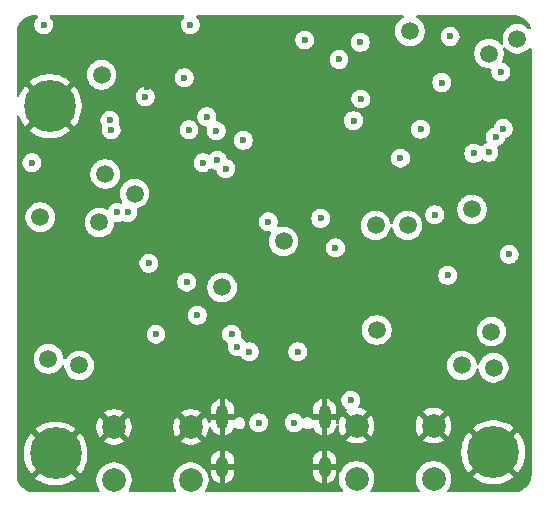
<source format=gbr>
%TF.GenerationSoftware,KiCad,Pcbnew,9.0.0*%
%TF.CreationDate,2025-12-27T14:24:40-08:00*%
%TF.ProjectId,esp_module_rev1,6573705f-6d6f-4647-956c-655f72657631,rev?*%
%TF.SameCoordinates,Original*%
%TF.FileFunction,Copper,L2,Inr*%
%TF.FilePolarity,Positive*%
%FSLAX46Y46*%
G04 Gerber Fmt 4.6, Leading zero omitted, Abs format (unit mm)*
G04 Created by KiCad (PCBNEW 9.0.0) date 2025-12-27 14:24:40*
%MOMM*%
%LPD*%
G01*
G04 APERTURE LIST*
%TA.AperFunction,HeatsinkPad*%
%ADD10C,0.600000*%
%TD*%
%TA.AperFunction,HeatsinkPad*%
%ADD11O,1.000000X2.100000*%
%TD*%
%TA.AperFunction,HeatsinkPad*%
%ADD12O,1.000000X1.800000*%
%TD*%
%TA.AperFunction,ComponentPad*%
%ADD13C,1.500000*%
%TD*%
%TA.AperFunction,ComponentPad*%
%ADD14C,0.700000*%
%TD*%
%TA.AperFunction,ComponentPad*%
%ADD15C,4.400000*%
%TD*%
%TA.AperFunction,ComponentPad*%
%ADD16C,2.000000*%
%TD*%
%TA.AperFunction,ViaPad*%
%ADD17C,0.600000*%
%TD*%
G04 APERTURE END LIST*
D10*
%TO.N,GND*%
%TO.C,U5*%
X147610000Y-88900000D03*
X147610000Y-90000000D03*
X148160000Y-88350000D03*
X148160000Y-89450000D03*
X148160000Y-90550000D03*
X148710000Y-88900000D03*
X148710000Y-90000000D03*
X149260000Y-88350000D03*
X149260000Y-89450000D03*
X149260000Y-90550000D03*
X149810000Y-88900000D03*
X149810000Y-90000000D03*
%TD*%
D11*
%TO.N,GND*%
%TO.C,J1*%
X143430000Y-116545000D03*
D12*
X143430000Y-120725000D03*
D11*
X152070000Y-116545000D03*
D12*
X152070000Y-120725000D03*
%TD*%
D13*
%TO.N,/I2C_SDA*%
%TO.C,TP8*%
X159100000Y-100300000D03*
%TD*%
%TO.N,/I2C_SCL*%
%TO.C,TP9*%
X166000000Y-85750000D03*
%TD*%
%TO.N,/LSM_INT2*%
%TO.C,TP15*%
X156400000Y-100300000D03*
%TD*%
%TO.N,/MAX_INT*%
%TO.C,TP12*%
X128000000Y-99600000D03*
%TD*%
%TO.N,Net-(D3-K)*%
%TO.C,TP5*%
X156500000Y-109150000D03*
%TD*%
%TO.N,/LSM_INT1*%
%TO.C,TP14*%
X136000000Y-97600000D03*
%TD*%
%TO.N,Net-(D2-K)*%
%TO.C,TP4*%
X128700000Y-111600000D03*
%TD*%
D14*
%TO.N,GND*%
%TO.C,H2*%
X164700000Y-119510000D03*
X165183274Y-118343274D03*
X165183274Y-120676726D03*
X166350000Y-117860000D03*
D15*
X166350000Y-119510000D03*
D14*
X166350000Y-121160000D03*
X167516726Y-118343274D03*
X167516726Y-120676726D03*
X168000000Y-119510000D03*
%TD*%
D16*
%TO.N,GND*%
%TO.C,SW1*%
X134250000Y-117360000D03*
X140750000Y-117360000D03*
%TO.N,/ESP32_EN*%
X134250000Y-121860000D03*
X140750000Y-121860000D03*
%TD*%
D13*
%TO.N,/ESP32_EN*%
%TO.C,TP19*%
X133200000Y-87550000D03*
%TD*%
%TO.N,Net-(R16-Pad1)*%
%TO.C,TP11*%
X168400000Y-84500000D03*
%TD*%
D14*
%TO.N,GND*%
%TO.C,H3*%
X127150000Y-90200000D03*
X127633274Y-89033274D03*
X127633274Y-91366726D03*
X128800000Y-88550000D03*
D15*
X128800000Y-90200000D03*
D14*
X128800000Y-91850000D03*
X129966726Y-89033274D03*
X129966726Y-91366726D03*
X130450000Y-90200000D03*
%TD*%
D13*
%TO.N,+USB_VBUS*%
%TO.C,TP16*%
X143400000Y-105550000D03*
%TD*%
%TO.N,+3V3*%
%TO.C,TP2*%
X131300000Y-112150000D03*
%TD*%
%TO.N,+USB_VBUSF*%
%TO.C,TP17*%
X148600000Y-101650000D03*
%TD*%
D16*
%TO.N,GND*%
%TO.C,SW2*%
X154800000Y-117260000D03*
X161300000Y-117260000D03*
%TO.N,/BOOT_SEL_GPIO9*%
X154800000Y-121760000D03*
X161300000Y-121760000D03*
%TD*%
D13*
%TO.N,/I2C_SDA_1V8*%
%TO.C,TP6*%
X166400000Y-112350000D03*
%TD*%
%TO.N,/I2C_SCL_1V8*%
%TO.C,TP7*%
X166200000Y-109300000D03*
%TD*%
%TO.N,+BATT*%
%TO.C,TP1*%
X133000000Y-100050000D03*
%TD*%
%TO.N,/BOOT_SEL_GPIO9*%
%TO.C,TP18*%
X133500000Y-95950000D03*
%TD*%
D14*
%TO.N,GND*%
%TO.C,H1*%
X127650000Y-119610000D03*
X128133274Y-118443274D03*
X128133274Y-120776726D03*
X129300000Y-117960000D03*
D15*
X129300000Y-119610000D03*
D14*
X129300000Y-121260000D03*
X130466726Y-118443274D03*
X130466726Y-120776726D03*
X130950000Y-119610000D03*
%TD*%
D13*
%TO.N,/VBATT_SENSE*%
%TO.C,TP10*%
X159300000Y-83850000D03*
%TD*%
%TO.N,/BMP_INT*%
%TO.C,TP13*%
X164550000Y-98950000D03*
%TD*%
%TO.N,+1V8*%
%TO.C,TP3*%
X163700000Y-112150000D03*
%TD*%
D17*
%TO.N,+BATT*%
X140400000Y-105100000D03*
X137200000Y-103500000D03*
X153000000Y-102200000D03*
X154300000Y-115100000D03*
%TO.N,GND*%
X142500000Y-95800000D03*
X150000000Y-109900000D03*
X145600000Y-112200000D03*
X167700000Y-104300000D03*
X128200000Y-85400000D03*
X130025000Y-105025000D03*
X147325000Y-102925000D03*
X142500000Y-107900000D03*
X162600000Y-98400000D03*
X160100000Y-105300000D03*
X140300000Y-95300000D03*
X154275000Y-90200000D03*
X151750000Y-98100000D03*
X133775000Y-108300000D03*
X150700000Y-106500000D03*
X137000000Y-88600000D03*
X163700000Y-85000000D03*
%TO.N,+USB_VBUSF*%
X144200000Y-109500000D03*
%TO.N,+USB_VBUS*%
X144700000Y-110562500D03*
%TO.N,Net-(D2-K)*%
X137800000Y-109500000D03*
%TO.N,+3V3*%
X128300000Y-83300000D03*
X140700000Y-83300000D03*
X141800000Y-95000000D03*
X151750000Y-99700000D03*
X127300000Y-95000000D03*
X162000000Y-88200000D03*
X150400000Y-84600000D03*
X135400000Y-99200000D03*
X158500000Y-94600000D03*
X161400000Y-99400000D03*
%TO.N,+1V8*%
X166550000Y-92800000D03*
X167000000Y-87300000D03*
%TO.N,/USB_CC2*%
X149500000Y-117000000D03*
%TO.N,/USB_CC1*%
X146500000Y-117000000D03*
%TO.N,/VBATT_SENSE*%
X141300000Y-107900000D03*
X140600000Y-92200000D03*
%TO.N,/I2C_SCL*%
X134000000Y-92200000D03*
X143700000Y-95500000D03*
X160200000Y-92150003D03*
X167200000Y-92100000D03*
%TO.N,/I2C_SDA*%
X143000000Y-94800000D03*
X142900000Y-92300000D03*
%TO.N,/I2C_SCL_1V8*%
X162500000Y-104525735D03*
X164700000Y-94200000D03*
%TO.N,/I2C_SDA_1V8*%
X166000000Y-94100000D03*
X167700000Y-102750000D03*
%TO.N,/LSM_INT2*%
X147300000Y-100000000D03*
X133900000Y-91400000D03*
%TO.N,/LSM_INT1*%
X136886863Y-89391962D03*
%TO.N,/MAX_INT*%
X145200000Y-93100000D03*
X140200000Y-87800000D03*
%TO.N,/BMP_INT*%
X153300000Y-86250000D03*
%TO.N,/USB_D-*%
X154525000Y-91425000D03*
X145700000Y-111000000D03*
%TO.N,/USB_D+*%
X155125000Y-89600000D03*
X149800000Y-111000000D03*
%TO.N,Net-(R16-Pad1)*%
X162700000Y-84300000D03*
X134500000Y-99200000D03*
X142100000Y-91100000D03*
%TO.N,Net-(U5-IO2)*%
X155100000Y-84800000D03*
%TD*%
%TA.AperFunction,Conductor*%
%TO.N,GND*%
G36*
X127735098Y-82520185D02*
G01*
X127780853Y-82572989D01*
X127790797Y-82642147D01*
X127761772Y-82705703D01*
X127755740Y-82712181D01*
X127678213Y-82789707D01*
X127678210Y-82789711D01*
X127590609Y-82920814D01*
X127590602Y-82920827D01*
X127530264Y-83066498D01*
X127530261Y-83066510D01*
X127499500Y-83221153D01*
X127499500Y-83378846D01*
X127530261Y-83533489D01*
X127530264Y-83533501D01*
X127590602Y-83679172D01*
X127590609Y-83679185D01*
X127678210Y-83810288D01*
X127678213Y-83810292D01*
X127789707Y-83921786D01*
X127789711Y-83921789D01*
X127920814Y-84009390D01*
X127920827Y-84009397D01*
X128058683Y-84066498D01*
X128066503Y-84069737D01*
X128221153Y-84100499D01*
X128221156Y-84100500D01*
X128221158Y-84100500D01*
X128378844Y-84100500D01*
X128378845Y-84100499D01*
X128533497Y-84069737D01*
X128679179Y-84009394D01*
X128810289Y-83921789D01*
X128921789Y-83810289D01*
X129009394Y-83679179D01*
X129069737Y-83533497D01*
X129100500Y-83378842D01*
X129100500Y-83221158D01*
X129100500Y-83221155D01*
X129100499Y-83221153D01*
X129069737Y-83066503D01*
X129052601Y-83025132D01*
X129009397Y-82920827D01*
X129009390Y-82920814D01*
X128921789Y-82789711D01*
X128921786Y-82789707D01*
X128844260Y-82712181D01*
X128810775Y-82650858D01*
X128815759Y-82581166D01*
X128857631Y-82525233D01*
X128923095Y-82500816D01*
X128931941Y-82500500D01*
X140068059Y-82500500D01*
X140135098Y-82520185D01*
X140180853Y-82572989D01*
X140190797Y-82642147D01*
X140161772Y-82705703D01*
X140155740Y-82712181D01*
X140078213Y-82789707D01*
X140078210Y-82789711D01*
X139990609Y-82920814D01*
X139990602Y-82920827D01*
X139930264Y-83066498D01*
X139930261Y-83066510D01*
X139899500Y-83221153D01*
X139899500Y-83378846D01*
X139930261Y-83533489D01*
X139930264Y-83533501D01*
X139990602Y-83679172D01*
X139990609Y-83679185D01*
X140078210Y-83810288D01*
X140078213Y-83810292D01*
X140189707Y-83921786D01*
X140189711Y-83921789D01*
X140320814Y-84009390D01*
X140320827Y-84009397D01*
X140458683Y-84066498D01*
X140466503Y-84069737D01*
X140621153Y-84100499D01*
X140621156Y-84100500D01*
X140621158Y-84100500D01*
X140778844Y-84100500D01*
X140778845Y-84100499D01*
X140933497Y-84069737D01*
X141079179Y-84009394D01*
X141210289Y-83921789D01*
X141321789Y-83810289D01*
X141409394Y-83679179D01*
X141469737Y-83533497D01*
X141500500Y-83378842D01*
X141500500Y-83221158D01*
X141500500Y-83221155D01*
X141500499Y-83221153D01*
X141469737Y-83066503D01*
X141452601Y-83025132D01*
X141409397Y-82920827D01*
X141409390Y-82920814D01*
X141321789Y-82789711D01*
X141321786Y-82789707D01*
X141244260Y-82712181D01*
X141210775Y-82650858D01*
X141215759Y-82581166D01*
X141257631Y-82525233D01*
X141323095Y-82500816D01*
X141331941Y-82500500D01*
X147634108Y-82500500D01*
X158677582Y-82500500D01*
X158744621Y-82520185D01*
X158790376Y-82572989D01*
X158800320Y-82642147D01*
X158771295Y-82705703D01*
X158733877Y-82734985D01*
X158644594Y-82780476D01*
X158553741Y-82846485D01*
X158485354Y-82896172D01*
X158485352Y-82896174D01*
X158485351Y-82896174D01*
X158346174Y-83035351D01*
X158346174Y-83035352D01*
X158346172Y-83035354D01*
X158323541Y-83066503D01*
X158230476Y-83194594D01*
X158141117Y-83369970D01*
X158080290Y-83557173D01*
X158049500Y-83751577D01*
X158049500Y-83948422D01*
X158080290Y-84142826D01*
X158141117Y-84330029D01*
X158227467Y-84499500D01*
X158230476Y-84505405D01*
X158346172Y-84664646D01*
X158485354Y-84803828D01*
X158644595Y-84919524D01*
X158684358Y-84939784D01*
X158819970Y-85008882D01*
X158819972Y-85008882D01*
X158819975Y-85008884D01*
X158886336Y-85030446D01*
X159007173Y-85069709D01*
X159201578Y-85100500D01*
X159201583Y-85100500D01*
X159398422Y-85100500D01*
X159592826Y-85069709D01*
X159780025Y-85008884D01*
X159955405Y-84919524D01*
X160114646Y-84803828D01*
X160253828Y-84664646D01*
X160369524Y-84505405D01*
X160458884Y-84330025D01*
X160494259Y-84221153D01*
X161899500Y-84221153D01*
X161899500Y-84378846D01*
X161930261Y-84533489D01*
X161930264Y-84533501D01*
X161990602Y-84679172D01*
X161990609Y-84679185D01*
X162078210Y-84810288D01*
X162078213Y-84810292D01*
X162189707Y-84921786D01*
X162189711Y-84921789D01*
X162320814Y-85009390D01*
X162320827Y-85009397D01*
X162466435Y-85069709D01*
X162466503Y-85069737D01*
X162591467Y-85094594D01*
X162621153Y-85100499D01*
X162621156Y-85100500D01*
X162621158Y-85100500D01*
X162778844Y-85100500D01*
X162778845Y-85100499D01*
X162933497Y-85069737D01*
X163079179Y-85009394D01*
X163210289Y-84921789D01*
X163321789Y-84810289D01*
X163409394Y-84679179D01*
X163469737Y-84533497D01*
X163500500Y-84378842D01*
X163500500Y-84221158D01*
X163500500Y-84221155D01*
X163500499Y-84221153D01*
X163491666Y-84176745D01*
X163469737Y-84066503D01*
X163469735Y-84066498D01*
X163409397Y-83920827D01*
X163409390Y-83920814D01*
X163321789Y-83789711D01*
X163321786Y-83789707D01*
X163210292Y-83678213D01*
X163210288Y-83678210D01*
X163079185Y-83590609D01*
X163079172Y-83590602D01*
X162933501Y-83530264D01*
X162933489Y-83530261D01*
X162778845Y-83499500D01*
X162778842Y-83499500D01*
X162621158Y-83499500D01*
X162621155Y-83499500D01*
X162466510Y-83530261D01*
X162466498Y-83530264D01*
X162320827Y-83590602D01*
X162320814Y-83590609D01*
X162189711Y-83678210D01*
X162189707Y-83678213D01*
X162078213Y-83789707D01*
X162078210Y-83789711D01*
X161990609Y-83920814D01*
X161990602Y-83920827D01*
X161930264Y-84066498D01*
X161930261Y-84066510D01*
X161899500Y-84221153D01*
X160494259Y-84221153D01*
X160519709Y-84142826D01*
X160537537Y-84030261D01*
X160550500Y-83948422D01*
X160550500Y-83751577D01*
X160519709Y-83557173D01*
X160478542Y-83430476D01*
X160458884Y-83369975D01*
X160458882Y-83369972D01*
X160458882Y-83369970D01*
X160383056Y-83221153D01*
X160369524Y-83194595D01*
X160253828Y-83035354D01*
X160114646Y-82896172D01*
X159955405Y-82780476D01*
X159866122Y-82734984D01*
X159815327Y-82687011D01*
X159798532Y-82619190D01*
X159821069Y-82553055D01*
X159875784Y-82509603D01*
X159922418Y-82500500D01*
X168034108Y-82500500D01*
X168095572Y-82500500D01*
X168104418Y-82500816D01*
X168304561Y-82515130D01*
X168322063Y-82517647D01*
X168513797Y-82559355D01*
X168530755Y-82564334D01*
X168677827Y-82619190D01*
X168714609Y-82632909D01*
X168730701Y-82640259D01*
X168902904Y-82734288D01*
X168917784Y-82743849D01*
X169074867Y-82861441D01*
X169088237Y-82873027D01*
X169226972Y-83011762D01*
X169238558Y-83025132D01*
X169356146Y-83182210D01*
X169365711Y-83197095D01*
X169459740Y-83369298D01*
X169467090Y-83385390D01*
X169513696Y-83510344D01*
X169518680Y-83580036D01*
X169485196Y-83641359D01*
X169423873Y-83674844D01*
X169354181Y-83669860D01*
X169309833Y-83641359D01*
X169214648Y-83546174D01*
X169214646Y-83546172D01*
X169055405Y-83430476D01*
X168880029Y-83341117D01*
X168692826Y-83280290D01*
X168498422Y-83249500D01*
X168498417Y-83249500D01*
X168301583Y-83249500D01*
X168301578Y-83249500D01*
X168107173Y-83280290D01*
X167919970Y-83341117D01*
X167744594Y-83430476D01*
X167653741Y-83496485D01*
X167585354Y-83546172D01*
X167585352Y-83546174D01*
X167585351Y-83546174D01*
X167446174Y-83685351D01*
X167446174Y-83685352D01*
X167446172Y-83685354D01*
X167398058Y-83751577D01*
X167330476Y-83844594D01*
X167241117Y-84019970D01*
X167180290Y-84207173D01*
X167149500Y-84401577D01*
X167149500Y-84598422D01*
X167180290Y-84792826D01*
X167205348Y-84869943D01*
X167207343Y-84939784D01*
X167171263Y-84999617D01*
X167108562Y-85030446D01*
X167039148Y-85022482D01*
X166987099Y-84981148D01*
X166953828Y-84935354D01*
X166814646Y-84796172D01*
X166655405Y-84680476D01*
X166652871Y-84679185D01*
X166480029Y-84591117D01*
X166292826Y-84530290D01*
X166098422Y-84499500D01*
X166098417Y-84499500D01*
X165901583Y-84499500D01*
X165901578Y-84499500D01*
X165707173Y-84530290D01*
X165519970Y-84591117D01*
X165344594Y-84680476D01*
X165288608Y-84721153D01*
X165185354Y-84796172D01*
X165185352Y-84796174D01*
X165185351Y-84796174D01*
X165046174Y-84935351D01*
X165046174Y-84935352D01*
X165046172Y-84935354D01*
X165012901Y-84981148D01*
X164930476Y-85094594D01*
X164841117Y-85269970D01*
X164780290Y-85457173D01*
X164749500Y-85651577D01*
X164749500Y-85848422D01*
X164780290Y-86042826D01*
X164841117Y-86230029D01*
X164906446Y-86358244D01*
X164930476Y-86405405D01*
X165046172Y-86564646D01*
X165185354Y-86703828D01*
X165344595Y-86819524D01*
X165427455Y-86861743D01*
X165519970Y-86908882D01*
X165519972Y-86908882D01*
X165519975Y-86908884D01*
X165556732Y-86920827D01*
X165707173Y-86969709D01*
X165901578Y-87000500D01*
X166092297Y-87000500D01*
X166159336Y-87020185D01*
X166205091Y-87072989D01*
X166215035Y-87142147D01*
X166213914Y-87148691D01*
X166199500Y-87221153D01*
X166199500Y-87378846D01*
X166230261Y-87533489D01*
X166230264Y-87533501D01*
X166290602Y-87679172D01*
X166290609Y-87679185D01*
X166378210Y-87810288D01*
X166378213Y-87810292D01*
X166489707Y-87921786D01*
X166489711Y-87921789D01*
X166620814Y-88009390D01*
X166620827Y-88009397D01*
X166761394Y-88067621D01*
X166766503Y-88069737D01*
X166921153Y-88100499D01*
X166921156Y-88100500D01*
X166921158Y-88100500D01*
X167078844Y-88100500D01*
X167078845Y-88100499D01*
X167233497Y-88069737D01*
X167379179Y-88009394D01*
X167510289Y-87921789D01*
X167621789Y-87810289D01*
X167709394Y-87679179D01*
X167769737Y-87533497D01*
X167800500Y-87378842D01*
X167800500Y-87221158D01*
X167800500Y-87221155D01*
X167800499Y-87221153D01*
X167786085Y-87148691D01*
X167769737Y-87066503D01*
X167769735Y-87066498D01*
X167709397Y-86920827D01*
X167709390Y-86920814D01*
X167621789Y-86789711D01*
X167621786Y-86789707D01*
X167510292Y-86678213D01*
X167510288Y-86678210D01*
X167379185Y-86590609D01*
X167379172Y-86590602D01*
X167233501Y-86530264D01*
X167233491Y-86530261D01*
X167187510Y-86521115D01*
X167125599Y-86488730D01*
X167091025Y-86428014D01*
X167094766Y-86358244D01*
X167101217Y-86343203D01*
X167107797Y-86330290D01*
X167158884Y-86230025D01*
X167219709Y-86042826D01*
X167246953Y-85870814D01*
X167250500Y-85848422D01*
X167250500Y-85651577D01*
X167219709Y-85457175D01*
X167219709Y-85457174D01*
X167194650Y-85380053D01*
X167192655Y-85310215D01*
X167228735Y-85250382D01*
X167291436Y-85219553D01*
X167360850Y-85227517D01*
X167412899Y-85268851D01*
X167413716Y-85269975D01*
X167446172Y-85314646D01*
X167585354Y-85453828D01*
X167744595Y-85569524D01*
X167805389Y-85600500D01*
X167919970Y-85658882D01*
X167919972Y-85658882D01*
X167919975Y-85658884D01*
X168020317Y-85691487D01*
X168107173Y-85719709D01*
X168301578Y-85750500D01*
X168301583Y-85750500D01*
X168498422Y-85750500D01*
X168692826Y-85719709D01*
X168880025Y-85658884D01*
X169055405Y-85569524D01*
X169214646Y-85453828D01*
X169353828Y-85314646D01*
X169375183Y-85285252D01*
X169430512Y-85242589D01*
X169500126Y-85236610D01*
X169561921Y-85269216D01*
X169596278Y-85330055D01*
X169599500Y-85358140D01*
X169599500Y-121395572D01*
X169599184Y-121404418D01*
X169599184Y-121404419D01*
X169584869Y-121604557D01*
X169582351Y-121622068D01*
X169540646Y-121813787D01*
X169535662Y-121830763D01*
X169467090Y-122014609D01*
X169459740Y-122030701D01*
X169365711Y-122202904D01*
X169356146Y-122217789D01*
X169238558Y-122374867D01*
X169226972Y-122388237D01*
X169088237Y-122526972D01*
X169074867Y-122538558D01*
X168917789Y-122656146D01*
X168902904Y-122665711D01*
X168730701Y-122759740D01*
X168714609Y-122767090D01*
X168530763Y-122835662D01*
X168513787Y-122840646D01*
X168322068Y-122882351D01*
X168304557Y-122884869D01*
X168123779Y-122897799D01*
X168104417Y-122899184D01*
X168095572Y-122899500D01*
X162570188Y-122899500D01*
X162503149Y-122879815D01*
X162457394Y-122827011D01*
X162447450Y-122757853D01*
X162469869Y-122702615D01*
X162583343Y-122546433D01*
X162690568Y-122335992D01*
X162763553Y-122111368D01*
X162767481Y-122086569D01*
X162800500Y-121878097D01*
X162800500Y-121641902D01*
X162787382Y-121559079D01*
X162763553Y-121408631D01*
X162723058Y-121284003D01*
X162690568Y-121184008D01*
X162690566Y-121184005D01*
X162690566Y-121184003D01*
X162583342Y-120973566D01*
X162444517Y-120782490D01*
X162277510Y-120615483D01*
X162086433Y-120476657D01*
X162032218Y-120449033D01*
X161875996Y-120369433D01*
X161651368Y-120296446D01*
X161418097Y-120259500D01*
X161418092Y-120259500D01*
X161181908Y-120259500D01*
X161181903Y-120259500D01*
X160948631Y-120296446D01*
X160724003Y-120369433D01*
X160513566Y-120476657D01*
X160440959Y-120529410D01*
X160322490Y-120615483D01*
X160322488Y-120615485D01*
X160322487Y-120615485D01*
X160155485Y-120782487D01*
X160155485Y-120782488D01*
X160155483Y-120782490D01*
X160129614Y-120818096D01*
X160016657Y-120973566D01*
X159909433Y-121184003D01*
X159836446Y-121408631D01*
X159799500Y-121641902D01*
X159799500Y-121878097D01*
X159836446Y-122111368D01*
X159909433Y-122335996D01*
X160006741Y-122526972D01*
X160016657Y-122546433D01*
X160130130Y-122702615D01*
X160153610Y-122768421D01*
X160137785Y-122836475D01*
X160087679Y-122885169D01*
X160029812Y-122899500D01*
X156070188Y-122899500D01*
X156003149Y-122879815D01*
X155957394Y-122827011D01*
X155947450Y-122757853D01*
X155969869Y-122702615D01*
X156083343Y-122546433D01*
X156190568Y-122335992D01*
X156263553Y-122111368D01*
X156267481Y-122086569D01*
X156300500Y-121878097D01*
X156300500Y-121641902D01*
X156263553Y-121408631D01*
X156223058Y-121284003D01*
X156190568Y-121184008D01*
X156190566Y-121184005D01*
X156190566Y-121184003D01*
X156083342Y-120973566D01*
X155944517Y-120782490D01*
X155777510Y-120615483D01*
X155586433Y-120476657D01*
X155532218Y-120449033D01*
X155375996Y-120369433D01*
X155151368Y-120296446D01*
X154918097Y-120259500D01*
X154918092Y-120259500D01*
X154681908Y-120259500D01*
X154681903Y-120259500D01*
X154448631Y-120296446D01*
X154224003Y-120369433D01*
X154013566Y-120476657D01*
X153940959Y-120529410D01*
X153822490Y-120615483D01*
X153822488Y-120615485D01*
X153822487Y-120615485D01*
X153655485Y-120782487D01*
X153655485Y-120782488D01*
X153655483Y-120782490D01*
X153629614Y-120818096D01*
X153516657Y-120973566D01*
X153409433Y-121184003D01*
X153336446Y-121408631D01*
X153299500Y-121641902D01*
X153299500Y-121878097D01*
X153336446Y-122111368D01*
X153409433Y-122335996D01*
X153506741Y-122526972D01*
X153516657Y-122546433D01*
X153630130Y-122702615D01*
X153653610Y-122768421D01*
X153637785Y-122836475D01*
X153587679Y-122885169D01*
X153529812Y-122899500D01*
X142092843Y-122899500D01*
X142025804Y-122879815D01*
X141980049Y-122827011D01*
X141970105Y-122757853D01*
X141992525Y-122702615D01*
X142011877Y-122675977D01*
X142033343Y-122646433D01*
X142140568Y-122435992D01*
X142213553Y-122211368D01*
X142219148Y-122176045D01*
X142250500Y-121978097D01*
X142250500Y-121741902D01*
X142213553Y-121508631D01*
X142166903Y-121365060D01*
X142140568Y-121284008D01*
X142140566Y-121284005D01*
X142140566Y-121284003D01*
X142084960Y-121174872D01*
X142033343Y-121073567D01*
X142027024Y-121064870D01*
X141977370Y-120996526D01*
X141977368Y-120996524D01*
X141920386Y-120918096D01*
X141894517Y-120882490D01*
X141727510Y-120715483D01*
X141536433Y-120576657D01*
X141485694Y-120550804D01*
X141325996Y-120469433D01*
X141101368Y-120396446D01*
X140868097Y-120359500D01*
X140868092Y-120359500D01*
X140631908Y-120359500D01*
X140631903Y-120359500D01*
X140398631Y-120396446D01*
X140174003Y-120469433D01*
X139963566Y-120576657D01*
X139890959Y-120629410D01*
X139772490Y-120715483D01*
X139772488Y-120715485D01*
X139772487Y-120715485D01*
X139605485Y-120882487D01*
X139605485Y-120882488D01*
X139605483Y-120882490D01*
X139579614Y-120918096D01*
X139466657Y-121073566D01*
X139359433Y-121284003D01*
X139286446Y-121508631D01*
X139249500Y-121741902D01*
X139249500Y-121978097D01*
X139286446Y-122211368D01*
X139359433Y-122435996D01*
X139466659Y-122646436D01*
X139507475Y-122702615D01*
X139530955Y-122768421D01*
X139515130Y-122836475D01*
X139465024Y-122885170D01*
X139407157Y-122899500D01*
X135592843Y-122899500D01*
X135525804Y-122879815D01*
X135480049Y-122827011D01*
X135470105Y-122757853D01*
X135492525Y-122702615D01*
X135511877Y-122675977D01*
X135533343Y-122646433D01*
X135640568Y-122435992D01*
X135713553Y-122211368D01*
X135719148Y-122176045D01*
X135750500Y-121978097D01*
X135750500Y-121741902D01*
X135713553Y-121508631D01*
X135666903Y-121365060D01*
X135640568Y-121284008D01*
X135640566Y-121284005D01*
X135640566Y-121284003D01*
X135579674Y-121164496D01*
X135533343Y-121073567D01*
X135394517Y-120882490D01*
X135227510Y-120715483D01*
X135036433Y-120576657D01*
X134985694Y-120550804D01*
X134825996Y-120469433D01*
X134601368Y-120396446D01*
X134368097Y-120359500D01*
X134368092Y-120359500D01*
X134131908Y-120359500D01*
X134131903Y-120359500D01*
X133898631Y-120396446D01*
X133674003Y-120469433D01*
X133463566Y-120576657D01*
X133390959Y-120629410D01*
X133272490Y-120715483D01*
X133272488Y-120715485D01*
X133272487Y-120715485D01*
X133105485Y-120882487D01*
X133105485Y-120882488D01*
X133105483Y-120882490D01*
X133079614Y-120918096D01*
X132966657Y-121073566D01*
X132859433Y-121284003D01*
X132786446Y-121508631D01*
X132749500Y-121741902D01*
X132749500Y-121978097D01*
X132786446Y-122211368D01*
X132859433Y-122435996D01*
X132966659Y-122646436D01*
X133007475Y-122702615D01*
X133030955Y-122768421D01*
X133015130Y-122836475D01*
X132965024Y-122885170D01*
X132907157Y-122899500D01*
X127504428Y-122899500D01*
X127495582Y-122899184D01*
X127473622Y-122897613D01*
X127295442Y-122884869D01*
X127277931Y-122882351D01*
X127086212Y-122840646D01*
X127069236Y-122835662D01*
X126885390Y-122767090D01*
X126869298Y-122759740D01*
X126697095Y-122665711D01*
X126682210Y-122656146D01*
X126525132Y-122538558D01*
X126511762Y-122526972D01*
X126373027Y-122388237D01*
X126361441Y-122374867D01*
X126243849Y-122217784D01*
X126234288Y-122202904D01*
X126140259Y-122030701D01*
X126132909Y-122014609D01*
X126090815Y-121901751D01*
X126064334Y-121830755D01*
X126059355Y-121813797D01*
X126017647Y-121622064D01*
X126015130Y-121604556D01*
X126011877Y-121559079D01*
X126000816Y-121404418D01*
X126000500Y-121395572D01*
X126000500Y-119458366D01*
X126600000Y-119458366D01*
X126600000Y-119761633D01*
X126633952Y-120062966D01*
X126633954Y-120062982D01*
X126701434Y-120358633D01*
X126701438Y-120358645D01*
X126801592Y-120644866D01*
X126801598Y-120644880D01*
X126933172Y-120918096D01*
X127094515Y-121174872D01*
X127221871Y-121334573D01*
X128363708Y-120192736D01*
X128460967Y-120326602D01*
X128583398Y-120449033D01*
X128717262Y-120546290D01*
X127575425Y-121688127D01*
X127735127Y-121815484D01*
X127991903Y-121976827D01*
X128265119Y-122108401D01*
X128265133Y-122108407D01*
X128551354Y-122208561D01*
X128551366Y-122208565D01*
X128847017Y-122276045D01*
X128847033Y-122276047D01*
X129148366Y-122309999D01*
X129148368Y-122310000D01*
X129451632Y-122310000D01*
X129451633Y-122309999D01*
X129752966Y-122276047D01*
X129752982Y-122276045D01*
X130048633Y-122208565D01*
X130048645Y-122208561D01*
X130334866Y-122108407D01*
X130334880Y-122108401D01*
X130608096Y-121976827D01*
X130864872Y-121815484D01*
X131024573Y-121688126D01*
X129882737Y-120546290D01*
X130016602Y-120449033D01*
X130139033Y-120326602D01*
X130236290Y-120192737D01*
X131378126Y-121334573D01*
X131505484Y-121174872D01*
X131666827Y-120918096D01*
X131798401Y-120644880D01*
X131798407Y-120644866D01*
X131898561Y-120358645D01*
X131898564Y-120358637D01*
X131928723Y-120226504D01*
X142430000Y-120226504D01*
X142430000Y-120475000D01*
X143130000Y-120475000D01*
X143130000Y-120975000D01*
X142430000Y-120975000D01*
X142430000Y-121223495D01*
X142468427Y-121416681D01*
X142468430Y-121416693D01*
X142543807Y-121598671D01*
X142543814Y-121598684D01*
X142653248Y-121762462D01*
X142653251Y-121762466D01*
X142792533Y-121901748D01*
X142792537Y-121901751D01*
X142956315Y-122011185D01*
X142956328Y-122011192D01*
X143138308Y-122086569D01*
X143180000Y-122094862D01*
X143180000Y-121291988D01*
X143189940Y-121309205D01*
X143245795Y-121365060D01*
X143314204Y-121404556D01*
X143390504Y-121425000D01*
X143469496Y-121425000D01*
X143545796Y-121404556D01*
X143614205Y-121365060D01*
X143670060Y-121309205D01*
X143680000Y-121291988D01*
X143680000Y-122094862D01*
X143721690Y-122086569D01*
X143721692Y-122086569D01*
X143903671Y-122011192D01*
X143903684Y-122011185D01*
X144067462Y-121901751D01*
X144067466Y-121901748D01*
X144206748Y-121762466D01*
X144206751Y-121762462D01*
X144316185Y-121598684D01*
X144316192Y-121598671D01*
X144391569Y-121416693D01*
X144391572Y-121416681D01*
X144429999Y-121223495D01*
X144430000Y-121223492D01*
X144430000Y-120975000D01*
X143730000Y-120975000D01*
X143730000Y-120475000D01*
X144430000Y-120475000D01*
X144430000Y-120226508D01*
X144429999Y-120226504D01*
X151070000Y-120226504D01*
X151070000Y-120475000D01*
X151770000Y-120475000D01*
X151770000Y-120975000D01*
X151070000Y-120975000D01*
X151070000Y-121223495D01*
X151108427Y-121416681D01*
X151108430Y-121416693D01*
X151183807Y-121598671D01*
X151183814Y-121598684D01*
X151293248Y-121762462D01*
X151293251Y-121762466D01*
X151432533Y-121901748D01*
X151432537Y-121901751D01*
X151596315Y-122011185D01*
X151596328Y-122011192D01*
X151778308Y-122086569D01*
X151820000Y-122094862D01*
X151820000Y-121291988D01*
X151829940Y-121309205D01*
X151885795Y-121365060D01*
X151954204Y-121404556D01*
X152030504Y-121425000D01*
X152109496Y-121425000D01*
X152185796Y-121404556D01*
X152254205Y-121365060D01*
X152310060Y-121309205D01*
X152320000Y-121291988D01*
X152320000Y-122094862D01*
X152361690Y-122086569D01*
X152361692Y-122086569D01*
X152543671Y-122011192D01*
X152543684Y-122011185D01*
X152707462Y-121901751D01*
X152707466Y-121901748D01*
X152846748Y-121762466D01*
X152846751Y-121762462D01*
X152956185Y-121598684D01*
X152956192Y-121598671D01*
X153031569Y-121416693D01*
X153031572Y-121416681D01*
X153069999Y-121223495D01*
X153070000Y-121223492D01*
X153070000Y-120975000D01*
X152370000Y-120975000D01*
X152370000Y-120475000D01*
X153070000Y-120475000D01*
X153070000Y-120226508D01*
X153069999Y-120226504D01*
X153031572Y-120033318D01*
X153031569Y-120033306D01*
X152956192Y-119851328D01*
X152956185Y-119851315D01*
X152846751Y-119687537D01*
X152846748Y-119687533D01*
X152707466Y-119548251D01*
X152707462Y-119548248D01*
X152572388Y-119457994D01*
X152543683Y-119438814D01*
X152543671Y-119438807D01*
X152361691Y-119363429D01*
X152361683Y-119363427D01*
X152336242Y-119358366D01*
X163650000Y-119358366D01*
X163650000Y-119661633D01*
X163683952Y-119962966D01*
X163683954Y-119962982D01*
X163751434Y-120258633D01*
X163751438Y-120258645D01*
X163851592Y-120544866D01*
X163851598Y-120544880D01*
X163983172Y-120818096D01*
X164144515Y-121074872D01*
X164271871Y-121234573D01*
X165413708Y-120092736D01*
X165510967Y-120226602D01*
X165633398Y-120349033D01*
X165767262Y-120446290D01*
X164625425Y-121588127D01*
X164785127Y-121715484D01*
X165041903Y-121876827D01*
X165315119Y-122008401D01*
X165315133Y-122008407D01*
X165601354Y-122108561D01*
X165601366Y-122108565D01*
X165897017Y-122176045D01*
X165897033Y-122176047D01*
X166198366Y-122209999D01*
X166198368Y-122210000D01*
X166501632Y-122210000D01*
X166501633Y-122209999D01*
X166802966Y-122176047D01*
X166802982Y-122176045D01*
X167098633Y-122108565D01*
X167098645Y-122108561D01*
X167384866Y-122008407D01*
X167384880Y-122008401D01*
X167658096Y-121876827D01*
X167914872Y-121715484D01*
X168074573Y-121588126D01*
X166932737Y-120446290D01*
X167066602Y-120349033D01*
X167189033Y-120226602D01*
X167286290Y-120092737D01*
X168428126Y-121234573D01*
X168555484Y-121074872D01*
X168716827Y-120818096D01*
X168848401Y-120544880D01*
X168848407Y-120544866D01*
X168948561Y-120258645D01*
X168948565Y-120258633D01*
X169016045Y-119962982D01*
X169016047Y-119962966D01*
X169049999Y-119661633D01*
X169050000Y-119661631D01*
X169050000Y-119358368D01*
X169049999Y-119358366D01*
X169016047Y-119057033D01*
X169016045Y-119057017D01*
X168948565Y-118761366D01*
X168948561Y-118761354D01*
X168848407Y-118475133D01*
X168848401Y-118475119D01*
X168716827Y-118201903D01*
X168555484Y-117945127D01*
X168428127Y-117785425D01*
X167286290Y-118927262D01*
X167189033Y-118793398D01*
X167066602Y-118670967D01*
X166932736Y-118573709D01*
X168074573Y-117431871D01*
X167914872Y-117304515D01*
X167658096Y-117143172D01*
X167384880Y-117011598D01*
X167384866Y-117011592D01*
X167098645Y-116911438D01*
X167098633Y-116911434D01*
X166802982Y-116843954D01*
X166802966Y-116843952D01*
X166501633Y-116810000D01*
X166198366Y-116810000D01*
X165897033Y-116843952D01*
X165897017Y-116843954D01*
X165601366Y-116911434D01*
X165601354Y-116911438D01*
X165315133Y-117011592D01*
X165315119Y-117011598D01*
X165041903Y-117143172D01*
X164785127Y-117304515D01*
X164625425Y-117431871D01*
X165767263Y-118573709D01*
X165633398Y-118670967D01*
X165510967Y-118793398D01*
X165413709Y-118927262D01*
X164271871Y-117785425D01*
X164144515Y-117945127D01*
X163983172Y-118201903D01*
X163851598Y-118475119D01*
X163851592Y-118475133D01*
X163751438Y-118761354D01*
X163751434Y-118761366D01*
X163683954Y-119057017D01*
X163683952Y-119057033D01*
X163650000Y-119358366D01*
X152336242Y-119358366D01*
X152320000Y-119355135D01*
X152320000Y-120158011D01*
X152310060Y-120140795D01*
X152254205Y-120084940D01*
X152185796Y-120045444D01*
X152109496Y-120025000D01*
X152030504Y-120025000D01*
X151954204Y-120045444D01*
X151885795Y-120084940D01*
X151829940Y-120140795D01*
X151820000Y-120158011D01*
X151820000Y-119355136D01*
X151819999Y-119355135D01*
X151778316Y-119363427D01*
X151778308Y-119363429D01*
X151596328Y-119438807D01*
X151596315Y-119438814D01*
X151432537Y-119548248D01*
X151432533Y-119548251D01*
X151293251Y-119687533D01*
X151293248Y-119687537D01*
X151183814Y-119851315D01*
X151183807Y-119851328D01*
X151108430Y-120033306D01*
X151108427Y-120033318D01*
X151070000Y-120226504D01*
X144429999Y-120226504D01*
X144391572Y-120033318D01*
X144391569Y-120033306D01*
X144316192Y-119851328D01*
X144316185Y-119851315D01*
X144206751Y-119687537D01*
X144206748Y-119687533D01*
X144067466Y-119548251D01*
X144067462Y-119548248D01*
X143903684Y-119438814D01*
X143903671Y-119438807D01*
X143721691Y-119363429D01*
X143721683Y-119363427D01*
X143680000Y-119355135D01*
X143680000Y-120158011D01*
X143670060Y-120140795D01*
X143614205Y-120084940D01*
X143545796Y-120045444D01*
X143469496Y-120025000D01*
X143390504Y-120025000D01*
X143314204Y-120045444D01*
X143245795Y-120084940D01*
X143189940Y-120140795D01*
X143180000Y-120158011D01*
X143180000Y-119355136D01*
X143179999Y-119355135D01*
X143138316Y-119363427D01*
X143138308Y-119363429D01*
X142956328Y-119438807D01*
X142956315Y-119438814D01*
X142792537Y-119548248D01*
X142792533Y-119548251D01*
X142653251Y-119687533D01*
X142653248Y-119687537D01*
X142543814Y-119851315D01*
X142543807Y-119851328D01*
X142468430Y-120033306D01*
X142468427Y-120033318D01*
X142430000Y-120226504D01*
X131928723Y-120226504D01*
X131936410Y-120192824D01*
X131936410Y-120192823D01*
X131966045Y-120062982D01*
X131966047Y-120062966D01*
X131999999Y-119761633D01*
X132000000Y-119761631D01*
X132000000Y-119458368D01*
X131999999Y-119458366D01*
X131966047Y-119157033D01*
X131966045Y-119157017D01*
X131898565Y-118861366D01*
X131898561Y-118861354D01*
X131798834Y-118576354D01*
X131798833Y-118576352D01*
X131798830Y-118576343D01*
X131798404Y-118575125D01*
X131798401Y-118575119D01*
X131666827Y-118301903D01*
X131505484Y-118045127D01*
X131378127Y-117885425D01*
X130236290Y-119027262D01*
X130139033Y-118893398D01*
X130016602Y-118770967D01*
X129882736Y-118673709D01*
X131024573Y-117531871D01*
X130864872Y-117404515D01*
X130765490Y-117342069D01*
X130608096Y-117243172D01*
X130605552Y-117241947D01*
X132750000Y-117241947D01*
X132750000Y-117478052D01*
X132786934Y-117711247D01*
X132859897Y-117935802D01*
X132967087Y-118146174D01*
X133027338Y-118229104D01*
X133027340Y-118229105D01*
X133726212Y-117530233D01*
X133737482Y-117572292D01*
X133809890Y-117697708D01*
X133912292Y-117800110D01*
X134037708Y-117872518D01*
X134079765Y-117883787D01*
X133380893Y-118582658D01*
X133463828Y-118642914D01*
X133674197Y-118750102D01*
X133898752Y-118823065D01*
X133898751Y-118823065D01*
X134131948Y-118860000D01*
X134368052Y-118860000D01*
X134601247Y-118823065D01*
X134825802Y-118750102D01*
X135036163Y-118642918D01*
X135036169Y-118642914D01*
X135119104Y-118582658D01*
X135119105Y-118582658D01*
X134420233Y-117883787D01*
X134462292Y-117872518D01*
X134587708Y-117800110D01*
X134690110Y-117697708D01*
X134762518Y-117572292D01*
X134773787Y-117530234D01*
X135472658Y-118229105D01*
X135472658Y-118229104D01*
X135532914Y-118146169D01*
X135532918Y-118146163D01*
X135640102Y-117935802D01*
X135713065Y-117711247D01*
X135750000Y-117478052D01*
X135750000Y-117241947D01*
X139250000Y-117241947D01*
X139250000Y-117478052D01*
X139286934Y-117711247D01*
X139359897Y-117935802D01*
X139467087Y-118146174D01*
X139527338Y-118229104D01*
X139527340Y-118229105D01*
X140226212Y-117530233D01*
X140237482Y-117572292D01*
X140309890Y-117697708D01*
X140412292Y-117800110D01*
X140537708Y-117872518D01*
X140579765Y-117883787D01*
X139880893Y-118582658D01*
X139963828Y-118642914D01*
X140174197Y-118750102D01*
X140398752Y-118823065D01*
X140398751Y-118823065D01*
X140631948Y-118860000D01*
X140868052Y-118860000D01*
X141101247Y-118823065D01*
X141325802Y-118750102D01*
X141536163Y-118642918D01*
X141536169Y-118642914D01*
X141619104Y-118582658D01*
X141619105Y-118582658D01*
X141559527Y-118523080D01*
X140920233Y-117883787D01*
X140962292Y-117872518D01*
X141087708Y-117800110D01*
X141190110Y-117697708D01*
X141262518Y-117572292D01*
X141273787Y-117530234D01*
X141972658Y-118229105D01*
X141972658Y-118229104D01*
X142032914Y-118146169D01*
X142032918Y-118146163D01*
X142140102Y-117935802D01*
X142213065Y-117711247D01*
X142250000Y-117478050D01*
X142250383Y-117473190D01*
X142252750Y-117473376D01*
X142269685Y-117415705D01*
X142322489Y-117369950D01*
X142391647Y-117360006D01*
X142455203Y-117389031D01*
X142488561Y-117435292D01*
X142543807Y-117568671D01*
X142543814Y-117568684D01*
X142653248Y-117732462D01*
X142653251Y-117732466D01*
X142792533Y-117871748D01*
X142792537Y-117871751D01*
X142956315Y-117981185D01*
X142956328Y-117981192D01*
X143138308Y-118056569D01*
X143180000Y-118064862D01*
X143180000Y-117261988D01*
X143189940Y-117279205D01*
X143245795Y-117335060D01*
X143314204Y-117374556D01*
X143390504Y-117395000D01*
X143469496Y-117395000D01*
X143545796Y-117374556D01*
X143614205Y-117335060D01*
X143670060Y-117279205D01*
X143680000Y-117261988D01*
X143680000Y-118064862D01*
X143721690Y-118056569D01*
X143721692Y-118056569D01*
X143903671Y-117981192D01*
X143903684Y-117981185D01*
X144067462Y-117871751D01*
X144067466Y-117871748D01*
X144206748Y-117732466D01*
X144206751Y-117732462D01*
X144316185Y-117568684D01*
X144316187Y-117568680D01*
X144350516Y-117485802D01*
X144394357Y-117431398D01*
X144460651Y-117409333D01*
X144528350Y-117426612D01*
X144550893Y-117444123D01*
X144552681Y-117445495D01*
X144552686Y-117445500D01*
X144622491Y-117485802D01*
X144664903Y-117510289D01*
X144666814Y-117511392D01*
X144794108Y-117545500D01*
X144794110Y-117545500D01*
X144925890Y-117545500D01*
X144925892Y-117545500D01*
X145053186Y-117511392D01*
X145167314Y-117445500D01*
X145260500Y-117352314D01*
X145326392Y-117238186D01*
X145360500Y-117110892D01*
X145360500Y-116979108D01*
X145344971Y-116921153D01*
X145699500Y-116921153D01*
X145699500Y-117078846D01*
X145730261Y-117233489D01*
X145730264Y-117233501D01*
X145790602Y-117379172D01*
X145790609Y-117379185D01*
X145878210Y-117510288D01*
X145878213Y-117510292D01*
X145989707Y-117621786D01*
X145989711Y-117621789D01*
X146120814Y-117709390D01*
X146120827Y-117709397D01*
X146266498Y-117769735D01*
X146266503Y-117769737D01*
X146419197Y-117800110D01*
X146421153Y-117800499D01*
X146421156Y-117800500D01*
X146421158Y-117800500D01*
X146578844Y-117800500D01*
X146578845Y-117800499D01*
X146733497Y-117769737D01*
X146869136Y-117713554D01*
X146879172Y-117709397D01*
X146879172Y-117709396D01*
X146879179Y-117709394D01*
X147010289Y-117621789D01*
X147121789Y-117510289D01*
X147209394Y-117379179D01*
X147269737Y-117233497D01*
X147300500Y-117078842D01*
X147300500Y-116921158D01*
X147300500Y-116921155D01*
X147300499Y-116921153D01*
X148699500Y-116921153D01*
X148699500Y-117078846D01*
X148730261Y-117233489D01*
X148730264Y-117233501D01*
X148790602Y-117379172D01*
X148790609Y-117379185D01*
X148878210Y-117510288D01*
X148878213Y-117510292D01*
X148989707Y-117621786D01*
X148989711Y-117621789D01*
X149120814Y-117709390D01*
X149120827Y-117709397D01*
X149266498Y-117769735D01*
X149266503Y-117769737D01*
X149419197Y-117800110D01*
X149421153Y-117800499D01*
X149421156Y-117800500D01*
X149421158Y-117800500D01*
X149578844Y-117800500D01*
X149578845Y-117800499D01*
X149733497Y-117769737D01*
X149869136Y-117713554D01*
X149879172Y-117709397D01*
X149879172Y-117709396D01*
X149879179Y-117709394D01*
X150010289Y-117621789D01*
X150121789Y-117510289D01*
X150148334Y-117470560D01*
X150201945Y-117425757D01*
X150271270Y-117417048D01*
X150326928Y-117441081D01*
X150332683Y-117445498D01*
X150332685Y-117445499D01*
X150332686Y-117445500D01*
X150380969Y-117473376D01*
X150444908Y-117510292D01*
X150446814Y-117511392D01*
X150574108Y-117545500D01*
X150574110Y-117545500D01*
X150705890Y-117545500D01*
X150705892Y-117545500D01*
X150833186Y-117511392D01*
X150947314Y-117445500D01*
X150947321Y-117445492D01*
X150953760Y-117440553D01*
X150954550Y-117441583D01*
X151008552Y-117412090D01*
X151078244Y-117417068D01*
X151134182Y-117458935D01*
X151149482Y-117485801D01*
X151183809Y-117568675D01*
X151183814Y-117568684D01*
X151293248Y-117732462D01*
X151293251Y-117732466D01*
X151432533Y-117871748D01*
X151432537Y-117871751D01*
X151596315Y-117981185D01*
X151596328Y-117981192D01*
X151778308Y-118056569D01*
X151820000Y-118064862D01*
X151820000Y-117261988D01*
X151829940Y-117279205D01*
X151885795Y-117335060D01*
X151954204Y-117374556D01*
X152030504Y-117395000D01*
X152109496Y-117395000D01*
X152185796Y-117374556D01*
X152254205Y-117335060D01*
X152310060Y-117279205D01*
X152320000Y-117261988D01*
X152320000Y-118064862D01*
X152361690Y-118056569D01*
X152361692Y-118056569D01*
X152543671Y-117981192D01*
X152543684Y-117981185D01*
X152707462Y-117871751D01*
X152707466Y-117871748D01*
X152846748Y-117732466D01*
X152846751Y-117732462D01*
X152956185Y-117568684D01*
X152956192Y-117568671D01*
X153031569Y-117386693D01*
X153031572Y-117386681D01*
X153054383Y-117272006D01*
X153086767Y-117210095D01*
X153147483Y-117175521D01*
X153217253Y-117179260D01*
X153273925Y-117220126D01*
X153299506Y-117285144D01*
X153300000Y-117296197D01*
X153300000Y-117378052D01*
X153336934Y-117611247D01*
X153409897Y-117835802D01*
X153517087Y-118046174D01*
X153577338Y-118129104D01*
X153577340Y-118129105D01*
X154276212Y-117430233D01*
X154287482Y-117472292D01*
X154359890Y-117597708D01*
X154462292Y-117700110D01*
X154587708Y-117772518D01*
X154629765Y-117783787D01*
X153930893Y-118482658D01*
X154013828Y-118542914D01*
X154224197Y-118650102D01*
X154448752Y-118723065D01*
X154448751Y-118723065D01*
X154681948Y-118760000D01*
X154918052Y-118760000D01*
X155151247Y-118723065D01*
X155375802Y-118650102D01*
X155586163Y-118542918D01*
X155586169Y-118542914D01*
X155669104Y-118482658D01*
X155669105Y-118482658D01*
X154970233Y-117783787D01*
X155012292Y-117772518D01*
X155137708Y-117700110D01*
X155240110Y-117597708D01*
X155312518Y-117472292D01*
X155323787Y-117430234D01*
X156022658Y-118129105D01*
X156022658Y-118129104D01*
X156082914Y-118046169D01*
X156082918Y-118046163D01*
X156190102Y-117835802D01*
X156263065Y-117611247D01*
X156300000Y-117378052D01*
X156300000Y-117141947D01*
X159800000Y-117141947D01*
X159800000Y-117378052D01*
X159836934Y-117611247D01*
X159909897Y-117835802D01*
X160017087Y-118046174D01*
X160077338Y-118129104D01*
X160077340Y-118129105D01*
X160776212Y-117430233D01*
X160787482Y-117472292D01*
X160859890Y-117597708D01*
X160962292Y-117700110D01*
X161087708Y-117772518D01*
X161129765Y-117783787D01*
X160430893Y-118482658D01*
X160513828Y-118542914D01*
X160724197Y-118650102D01*
X160948752Y-118723065D01*
X160948751Y-118723065D01*
X161181948Y-118760000D01*
X161418052Y-118760000D01*
X161651247Y-118723065D01*
X161875802Y-118650102D01*
X162086163Y-118542918D01*
X162086169Y-118542914D01*
X162169104Y-118482658D01*
X162169105Y-118482658D01*
X161470233Y-117783787D01*
X161512292Y-117772518D01*
X161637708Y-117700110D01*
X161740110Y-117597708D01*
X161812518Y-117472292D01*
X161823787Y-117430233D01*
X162522658Y-118129105D01*
X162522658Y-118129104D01*
X162582914Y-118046169D01*
X162582918Y-118046163D01*
X162690102Y-117835802D01*
X162763065Y-117611247D01*
X162786875Y-117460920D01*
X162800000Y-117378052D01*
X162800000Y-117141947D01*
X162763065Y-116908752D01*
X162690102Y-116684197D01*
X162582914Y-116473828D01*
X162522658Y-116390894D01*
X162522658Y-116390893D01*
X161823787Y-117089765D01*
X161812518Y-117047708D01*
X161740110Y-116922292D01*
X161637708Y-116819890D01*
X161512292Y-116747482D01*
X161470234Y-116736212D01*
X162169105Y-116037340D01*
X162169104Y-116037338D01*
X162086174Y-115977087D01*
X161875802Y-115869897D01*
X161651247Y-115796934D01*
X161651248Y-115796934D01*
X161418052Y-115760000D01*
X161181948Y-115760000D01*
X160948752Y-115796934D01*
X160724197Y-115869897D01*
X160513830Y-115977084D01*
X160430894Y-116037340D01*
X161129766Y-116736212D01*
X161087708Y-116747482D01*
X160962292Y-116819890D01*
X160859890Y-116922292D01*
X160787482Y-117047708D01*
X160776212Y-117089766D01*
X160077340Y-116390894D01*
X160017084Y-116473830D01*
X159909897Y-116684197D01*
X159836934Y-116908752D01*
X159800000Y-117141947D01*
X156300000Y-117141947D01*
X156263065Y-116908752D01*
X156190102Y-116684197D01*
X156082914Y-116473828D01*
X156022658Y-116390894D01*
X156022658Y-116390893D01*
X155323787Y-117089765D01*
X155312518Y-117047708D01*
X155240110Y-116922292D01*
X155137708Y-116819890D01*
X155012292Y-116747482D01*
X154970234Y-116736212D01*
X155669105Y-116037340D01*
X155669104Y-116037339D01*
X155586174Y-115977087D01*
X155375802Y-115869897D01*
X155151247Y-115796934D01*
X155151248Y-115796934D01*
X155022293Y-115776510D01*
X154959158Y-115746581D01*
X154922227Y-115687269D01*
X154923225Y-115617407D01*
X154938589Y-115585146D01*
X155009390Y-115479185D01*
X155009390Y-115479184D01*
X155009394Y-115479179D01*
X155069737Y-115333497D01*
X155100500Y-115178842D01*
X155100500Y-115021158D01*
X155100500Y-115021155D01*
X155100499Y-115021153D01*
X155069738Y-114866510D01*
X155069737Y-114866503D01*
X155069735Y-114866498D01*
X155009397Y-114720827D01*
X155009390Y-114720814D01*
X154921789Y-114589711D01*
X154921786Y-114589707D01*
X154810292Y-114478213D01*
X154810288Y-114478210D01*
X154679185Y-114390609D01*
X154679172Y-114390602D01*
X154533501Y-114330264D01*
X154533489Y-114330261D01*
X154378845Y-114299500D01*
X154378842Y-114299500D01*
X154221158Y-114299500D01*
X154221155Y-114299500D01*
X154066510Y-114330261D01*
X154066498Y-114330264D01*
X153920827Y-114390602D01*
X153920814Y-114390609D01*
X153789711Y-114478210D01*
X153789707Y-114478213D01*
X153678213Y-114589707D01*
X153678210Y-114589711D01*
X153590609Y-114720814D01*
X153590602Y-114720827D01*
X153530264Y-114866498D01*
X153530261Y-114866510D01*
X153499500Y-115021153D01*
X153499500Y-115178846D01*
X153530261Y-115333489D01*
X153530264Y-115333501D01*
X153590602Y-115479172D01*
X153590609Y-115479185D01*
X153678210Y-115610288D01*
X153678213Y-115610292D01*
X153789707Y-115721786D01*
X153789711Y-115721789D01*
X153920814Y-115809390D01*
X153920818Y-115809392D01*
X153920821Y-115809394D01*
X153922484Y-115810082D01*
X153923220Y-115810676D01*
X153926191Y-115812264D01*
X153925890Y-115812827D01*
X153976890Y-115853918D01*
X153998961Y-115920210D01*
X153981687Y-115987911D01*
X153947926Y-116024964D01*
X153930894Y-116037338D01*
X153930894Y-116037340D01*
X154629766Y-116736212D01*
X154587708Y-116747482D01*
X154462292Y-116819890D01*
X154359890Y-116922292D01*
X154287482Y-117047708D01*
X154276212Y-117089766D01*
X153577340Y-116390894D01*
X153517084Y-116473830D01*
X153409897Y-116684197D01*
X153336934Y-116908752D01*
X153316473Y-117037940D01*
X153286544Y-117101075D01*
X153227232Y-117138006D01*
X153157370Y-117137008D01*
X153099137Y-117098398D01*
X153071023Y-117034435D01*
X153070000Y-117018542D01*
X153070000Y-116795000D01*
X152370000Y-116795000D01*
X152370000Y-116295000D01*
X153070000Y-116295000D01*
X153070000Y-115896508D01*
X153069999Y-115896504D01*
X153031572Y-115703318D01*
X153031569Y-115703306D01*
X152956192Y-115521328D01*
X152956185Y-115521315D01*
X152846751Y-115357537D01*
X152846748Y-115357533D01*
X152707466Y-115218251D01*
X152707462Y-115218248D01*
X152557683Y-115118168D01*
X152543682Y-115108813D01*
X152543671Y-115108807D01*
X152361691Y-115033429D01*
X152361683Y-115033427D01*
X152320000Y-115025135D01*
X152320000Y-115828011D01*
X152310060Y-115810795D01*
X152254205Y-115754940D01*
X152185796Y-115715444D01*
X152109496Y-115695000D01*
X152030504Y-115695000D01*
X151954204Y-115715444D01*
X151885795Y-115754940D01*
X151829940Y-115810795D01*
X151820000Y-115828011D01*
X151820000Y-115025136D01*
X151819999Y-115025135D01*
X151778316Y-115033427D01*
X151778308Y-115033429D01*
X151596328Y-115108807D01*
X151596315Y-115108814D01*
X151432537Y-115218248D01*
X151432533Y-115218251D01*
X151293251Y-115357533D01*
X151293248Y-115357537D01*
X151183814Y-115521315D01*
X151183807Y-115521328D01*
X151108430Y-115703306D01*
X151108427Y-115703318D01*
X151070000Y-115896504D01*
X151070000Y-116295000D01*
X151770000Y-116295000D01*
X151770000Y-116795000D01*
X151145182Y-116795000D01*
X151078143Y-116775315D01*
X151047161Y-116742823D01*
X151045450Y-116744137D01*
X151040498Y-116737684D01*
X150947316Y-116644502D01*
X150947314Y-116644500D01*
X150857610Y-116592709D01*
X150833187Y-116578608D01*
X150769539Y-116561554D01*
X150705892Y-116544500D01*
X150574108Y-116544500D01*
X150446814Y-116578608D01*
X150446813Y-116578608D01*
X150446811Y-116578609D01*
X150446810Y-116578609D01*
X150355713Y-116631205D01*
X150287813Y-116647678D01*
X150221786Y-116624826D01*
X150190611Y-116592709D01*
X150121789Y-116489711D01*
X150121786Y-116489707D01*
X150010292Y-116378213D01*
X150010288Y-116378210D01*
X149879185Y-116290609D01*
X149879172Y-116290602D01*
X149733501Y-116230264D01*
X149733489Y-116230261D01*
X149578845Y-116199500D01*
X149578842Y-116199500D01*
X149421158Y-116199500D01*
X149421155Y-116199500D01*
X149266510Y-116230261D01*
X149266498Y-116230264D01*
X149120827Y-116290602D01*
X149120814Y-116290609D01*
X148989711Y-116378210D01*
X148989707Y-116378213D01*
X148878213Y-116489707D01*
X148878210Y-116489711D01*
X148790609Y-116620814D01*
X148790602Y-116620827D01*
X148730264Y-116766498D01*
X148730261Y-116766510D01*
X148699500Y-116921153D01*
X147300499Y-116921153D01*
X147298566Y-116911434D01*
X147269737Y-116766503D01*
X147260473Y-116744137D01*
X147209397Y-116620827D01*
X147209390Y-116620814D01*
X147121789Y-116489711D01*
X147121786Y-116489707D01*
X147010292Y-116378213D01*
X147010288Y-116378210D01*
X146879185Y-116290609D01*
X146879172Y-116290602D01*
X146733501Y-116230264D01*
X146733489Y-116230261D01*
X146578845Y-116199500D01*
X146578842Y-116199500D01*
X146421158Y-116199500D01*
X146421155Y-116199500D01*
X146266510Y-116230261D01*
X146266498Y-116230264D01*
X146120827Y-116290602D01*
X146120814Y-116290609D01*
X145989711Y-116378210D01*
X145989707Y-116378213D01*
X145878213Y-116489707D01*
X145878210Y-116489711D01*
X145790609Y-116620814D01*
X145790602Y-116620827D01*
X145730264Y-116766498D01*
X145730261Y-116766510D01*
X145699500Y-116921153D01*
X145344971Y-116921153D01*
X145326392Y-116851814D01*
X145260500Y-116737686D01*
X145167314Y-116644500D01*
X145077610Y-116592709D01*
X145053187Y-116578608D01*
X144989539Y-116561554D01*
X144925892Y-116544500D01*
X144794108Y-116544500D01*
X144666812Y-116578608D01*
X144552686Y-116644500D01*
X144552683Y-116644502D01*
X144459501Y-116737684D01*
X144454550Y-116744137D01*
X144452320Y-116742425D01*
X144411636Y-116781217D01*
X144354818Y-116795000D01*
X143730000Y-116795000D01*
X143730000Y-116295000D01*
X144430000Y-116295000D01*
X144430000Y-115896508D01*
X144429999Y-115896504D01*
X144391572Y-115703318D01*
X144391569Y-115703306D01*
X144316192Y-115521328D01*
X144316185Y-115521315D01*
X144206751Y-115357537D01*
X144206748Y-115357533D01*
X144067466Y-115218251D01*
X144067462Y-115218248D01*
X143903684Y-115108814D01*
X143903671Y-115108807D01*
X143721691Y-115033429D01*
X143721683Y-115033427D01*
X143680000Y-115025135D01*
X143680000Y-115828011D01*
X143670060Y-115810795D01*
X143614205Y-115754940D01*
X143545796Y-115715444D01*
X143469496Y-115695000D01*
X143390504Y-115695000D01*
X143314204Y-115715444D01*
X143245795Y-115754940D01*
X143189940Y-115810795D01*
X143180000Y-115828011D01*
X143180000Y-115025136D01*
X143179999Y-115025135D01*
X143138316Y-115033427D01*
X143138308Y-115033429D01*
X142956328Y-115108807D01*
X142956315Y-115108814D01*
X142792537Y-115218248D01*
X142792533Y-115218251D01*
X142653251Y-115357533D01*
X142653248Y-115357537D01*
X142543814Y-115521315D01*
X142543807Y-115521328D01*
X142468430Y-115703306D01*
X142468427Y-115703318D01*
X142430000Y-115896504D01*
X142430000Y-116295000D01*
X143130000Y-116295000D01*
X143130000Y-116795000D01*
X142430000Y-116795000D01*
X142430000Y-116893502D01*
X142410315Y-116960541D01*
X142357511Y-117006296D01*
X142288353Y-117016240D01*
X142224797Y-116987215D01*
X142188069Y-116931821D01*
X142140102Y-116784195D01*
X142032914Y-116573828D01*
X141972658Y-116490894D01*
X141972658Y-116490893D01*
X141273787Y-117189765D01*
X141262518Y-117147708D01*
X141190110Y-117022292D01*
X141087708Y-116919890D01*
X140962292Y-116847482D01*
X140920234Y-116836212D01*
X141619105Y-116137340D01*
X141619104Y-116137338D01*
X141536174Y-116077087D01*
X141386653Y-116000902D01*
X141325802Y-115969897D01*
X141101247Y-115896934D01*
X141101248Y-115896934D01*
X140868052Y-115860000D01*
X140631948Y-115860000D01*
X140398752Y-115896934D01*
X140174197Y-115969897D01*
X139963830Y-116077084D01*
X139880894Y-116137340D01*
X140579766Y-116836212D01*
X140537708Y-116847482D01*
X140412292Y-116919890D01*
X140309890Y-117022292D01*
X140237482Y-117147708D01*
X140226212Y-117189766D01*
X139527340Y-116490894D01*
X139467084Y-116573830D01*
X139359897Y-116784197D01*
X139286934Y-117008752D01*
X139250000Y-117241947D01*
X135750000Y-117241947D01*
X135713065Y-117008752D01*
X135640102Y-116784197D01*
X135532914Y-116573828D01*
X135472658Y-116490894D01*
X135472658Y-116490893D01*
X134773787Y-117189765D01*
X134762518Y-117147708D01*
X134690110Y-117022292D01*
X134587708Y-116919890D01*
X134462292Y-116847482D01*
X134420234Y-116836212D01*
X135119105Y-116137340D01*
X135119104Y-116137339D01*
X135036174Y-116077087D01*
X134825802Y-115969897D01*
X134601247Y-115896934D01*
X134601248Y-115896934D01*
X134368052Y-115860000D01*
X134131948Y-115860000D01*
X133898752Y-115896934D01*
X133674197Y-115969897D01*
X133463830Y-116077084D01*
X133380894Y-116137340D01*
X134079766Y-116836212D01*
X134037708Y-116847482D01*
X133912292Y-116919890D01*
X133809890Y-117022292D01*
X133737482Y-117147708D01*
X133726212Y-117189766D01*
X133027340Y-116490894D01*
X132967084Y-116573830D01*
X132859897Y-116784197D01*
X132786934Y-117008752D01*
X132750000Y-117241947D01*
X130605552Y-117241947D01*
X130334880Y-117111598D01*
X130334866Y-117111592D01*
X130048645Y-117011438D01*
X130048633Y-117011434D01*
X129752982Y-116943954D01*
X129752966Y-116943952D01*
X129451633Y-116910000D01*
X129148366Y-116910000D01*
X128847033Y-116943952D01*
X128847017Y-116943954D01*
X128551366Y-117011434D01*
X128551354Y-117011438D01*
X128265133Y-117111592D01*
X128265119Y-117111598D01*
X127991903Y-117243172D01*
X127735127Y-117404515D01*
X127575425Y-117531871D01*
X128717263Y-118673709D01*
X128583398Y-118770967D01*
X128460967Y-118893398D01*
X128363709Y-119027262D01*
X127221871Y-117885425D01*
X127094515Y-118045127D01*
X126933172Y-118301903D01*
X126801598Y-118575119D01*
X126801592Y-118575133D01*
X126701438Y-118861354D01*
X126701434Y-118861366D01*
X126633954Y-119157017D01*
X126633952Y-119157033D01*
X126600000Y-119458366D01*
X126000500Y-119458366D01*
X126000500Y-111501577D01*
X127449500Y-111501577D01*
X127449500Y-111698422D01*
X127480290Y-111892826D01*
X127541117Y-112080029D01*
X127589907Y-112175784D01*
X127630476Y-112255405D01*
X127746172Y-112414646D01*
X127885354Y-112553828D01*
X128044595Y-112669524D01*
X128127455Y-112711743D01*
X128219970Y-112758882D01*
X128219972Y-112758882D01*
X128219975Y-112758884D01*
X128320317Y-112791487D01*
X128407173Y-112819709D01*
X128601578Y-112850500D01*
X128601583Y-112850500D01*
X128798422Y-112850500D01*
X128992826Y-112819709D01*
X129180025Y-112758884D01*
X129355405Y-112669524D01*
X129514646Y-112553828D01*
X129653828Y-112414646D01*
X129769524Y-112255405D01*
X129815015Y-112166122D01*
X129862989Y-112115327D01*
X129930810Y-112098532D01*
X129996945Y-112121069D01*
X130040397Y-112175784D01*
X130049500Y-112222418D01*
X130049500Y-112248422D01*
X130080290Y-112442826D01*
X130141117Y-112630029D01*
X130230476Y-112805405D01*
X130346172Y-112964646D01*
X130485354Y-113103828D01*
X130644595Y-113219524D01*
X130727455Y-113261743D01*
X130819970Y-113308882D01*
X130819972Y-113308882D01*
X130819975Y-113308884D01*
X130920317Y-113341487D01*
X131007173Y-113369709D01*
X131201578Y-113400500D01*
X131201583Y-113400500D01*
X131398422Y-113400500D01*
X131592826Y-113369709D01*
X131780025Y-113308884D01*
X131955405Y-113219524D01*
X132114646Y-113103828D01*
X132253828Y-112964646D01*
X132369524Y-112805405D01*
X132458884Y-112630025D01*
X132519709Y-112442826D01*
X132524172Y-112414646D01*
X132550500Y-112248422D01*
X132550500Y-112051577D01*
X162449500Y-112051577D01*
X162449500Y-112248422D01*
X162480290Y-112442826D01*
X162541117Y-112630029D01*
X162630476Y-112805405D01*
X162746172Y-112964646D01*
X162885354Y-113103828D01*
X163044595Y-113219524D01*
X163127455Y-113261743D01*
X163219970Y-113308882D01*
X163219972Y-113308882D01*
X163219975Y-113308884D01*
X163320317Y-113341487D01*
X163407173Y-113369709D01*
X163601578Y-113400500D01*
X163601583Y-113400500D01*
X163798422Y-113400500D01*
X163992826Y-113369709D01*
X164180025Y-113308884D01*
X164355405Y-113219524D01*
X164514646Y-113103828D01*
X164653828Y-112964646D01*
X164769524Y-112805405D01*
X164858884Y-112630025D01*
X164913993Y-112460417D01*
X164953429Y-112402743D01*
X165017788Y-112375545D01*
X165086634Y-112387460D01*
X165138110Y-112434704D01*
X165154396Y-112479338D01*
X165180291Y-112642827D01*
X165241117Y-112830029D01*
X165251548Y-112850500D01*
X165330476Y-113005405D01*
X165446172Y-113164646D01*
X165585354Y-113303828D01*
X165744595Y-113419524D01*
X165827455Y-113461743D01*
X165919970Y-113508882D01*
X165919972Y-113508882D01*
X165919975Y-113508884D01*
X166020317Y-113541487D01*
X166107173Y-113569709D01*
X166301578Y-113600500D01*
X166301583Y-113600500D01*
X166498422Y-113600500D01*
X166692826Y-113569709D01*
X166880025Y-113508884D01*
X167055405Y-113419524D01*
X167214646Y-113303828D01*
X167353828Y-113164646D01*
X167469524Y-113005405D01*
X167558884Y-112830025D01*
X167619709Y-112642826D01*
X167621736Y-112630027D01*
X167650500Y-112448422D01*
X167650500Y-112251577D01*
X167619709Y-112057173D01*
X167591487Y-111970317D01*
X167558884Y-111869975D01*
X167558882Y-111869972D01*
X167558882Y-111869970D01*
X167507811Y-111769738D01*
X167469524Y-111694595D01*
X167353828Y-111535354D01*
X167214646Y-111396172D01*
X167055405Y-111280476D01*
X167038554Y-111271890D01*
X166880029Y-111191117D01*
X166692826Y-111130290D01*
X166498422Y-111099500D01*
X166498417Y-111099500D01*
X166301583Y-111099500D01*
X166301578Y-111099500D01*
X166107173Y-111130290D01*
X165919970Y-111191117D01*
X165744594Y-111280476D01*
X165673355Y-111332235D01*
X165585354Y-111396172D01*
X165585352Y-111396174D01*
X165585351Y-111396174D01*
X165446174Y-111535351D01*
X165446174Y-111535352D01*
X165446172Y-111535354D01*
X165410919Y-111583876D01*
X165330476Y-111694594D01*
X165241117Y-111869970D01*
X165186007Y-112039581D01*
X165146569Y-112097256D01*
X165082210Y-112124454D01*
X165013364Y-112112539D01*
X164961888Y-112065295D01*
X164945603Y-112020660D01*
X164919709Y-111857173D01*
X164868125Y-111698417D01*
X164858884Y-111669975D01*
X164858882Y-111669972D01*
X164858882Y-111669970D01*
X164810092Y-111574214D01*
X164769524Y-111494595D01*
X164653828Y-111335354D01*
X164514646Y-111196172D01*
X164355405Y-111080476D01*
X164340318Y-111072789D01*
X164180029Y-110991117D01*
X163992826Y-110930290D01*
X163798422Y-110899500D01*
X163798417Y-110899500D01*
X163601583Y-110899500D01*
X163601578Y-110899500D01*
X163407173Y-110930290D01*
X163219970Y-110991117D01*
X163044594Y-111080476D01*
X162976032Y-111130290D01*
X162885354Y-111196172D01*
X162885352Y-111196174D01*
X162885351Y-111196174D01*
X162746174Y-111335351D01*
X162746174Y-111335352D01*
X162746172Y-111335354D01*
X162739977Y-111343881D01*
X162630476Y-111494594D01*
X162541117Y-111669970D01*
X162480290Y-111857173D01*
X162449500Y-112051577D01*
X132550500Y-112051577D01*
X132519709Y-111857173D01*
X132468125Y-111698417D01*
X132458884Y-111669975D01*
X132458882Y-111669972D01*
X132458882Y-111669970D01*
X132410092Y-111574214D01*
X132369524Y-111494595D01*
X132253828Y-111335354D01*
X132114646Y-111196172D01*
X131955405Y-111080476D01*
X131940318Y-111072789D01*
X131780029Y-110991117D01*
X131592826Y-110930290D01*
X131398422Y-110899500D01*
X131398417Y-110899500D01*
X131201583Y-110899500D01*
X131201578Y-110899500D01*
X131007173Y-110930290D01*
X130819970Y-110991117D01*
X130644594Y-111080476D01*
X130576032Y-111130290D01*
X130485354Y-111196172D01*
X130485352Y-111196174D01*
X130485351Y-111196174D01*
X130346174Y-111335351D01*
X130346174Y-111335352D01*
X130346172Y-111335354D01*
X130339977Y-111343881D01*
X130230476Y-111494594D01*
X130184985Y-111583876D01*
X130137010Y-111634672D01*
X130069189Y-111651467D01*
X130003054Y-111628930D01*
X129959603Y-111574214D01*
X129950500Y-111527581D01*
X129950500Y-111501577D01*
X129919709Y-111307173D01*
X129883642Y-111196172D01*
X129858884Y-111119975D01*
X129858882Y-111119972D01*
X129858882Y-111119970D01*
X129769523Y-110944594D01*
X129653828Y-110785354D01*
X129514646Y-110646172D01*
X129355405Y-110530476D01*
X129180029Y-110441117D01*
X128992826Y-110380290D01*
X128798422Y-110349500D01*
X128798417Y-110349500D01*
X128601583Y-110349500D01*
X128601578Y-110349500D01*
X128407173Y-110380290D01*
X128219970Y-110441117D01*
X128044594Y-110530476D01*
X128017034Y-110550500D01*
X127885354Y-110646172D01*
X127885352Y-110646174D01*
X127885351Y-110646174D01*
X127746174Y-110785351D01*
X127746174Y-110785352D01*
X127746172Y-110785354D01*
X127696485Y-110853741D01*
X127630476Y-110944594D01*
X127541117Y-111119970D01*
X127480290Y-111307173D01*
X127449500Y-111501577D01*
X126000500Y-111501577D01*
X126000500Y-109421153D01*
X136999500Y-109421153D01*
X136999500Y-109578846D01*
X137030261Y-109733489D01*
X137030264Y-109733501D01*
X137090602Y-109879172D01*
X137090609Y-109879185D01*
X137178210Y-110010288D01*
X137178213Y-110010292D01*
X137289707Y-110121786D01*
X137289711Y-110121789D01*
X137420814Y-110209390D01*
X137420827Y-110209397D01*
X137566498Y-110269735D01*
X137566503Y-110269737D01*
X137721153Y-110300499D01*
X137721156Y-110300500D01*
X137721158Y-110300500D01*
X137878844Y-110300500D01*
X137878845Y-110300499D01*
X138033497Y-110269737D01*
X138179179Y-110209394D01*
X138310289Y-110121789D01*
X138421789Y-110010289D01*
X138509394Y-109879179D01*
X138569737Y-109733497D01*
X138600500Y-109578842D01*
X138600500Y-109421158D01*
X138600500Y-109421155D01*
X138600499Y-109421153D01*
X143399500Y-109421153D01*
X143399500Y-109578846D01*
X143430261Y-109733489D01*
X143430264Y-109733501D01*
X143490602Y-109879172D01*
X143490609Y-109879185D01*
X143578210Y-110010288D01*
X143578213Y-110010292D01*
X143689707Y-110121786D01*
X143689711Y-110121789D01*
X143820816Y-110209391D01*
X143820817Y-110209391D01*
X143820821Y-110209394D01*
X143849895Y-110221436D01*
X143904297Y-110265275D01*
X143926363Y-110331569D01*
X143924059Y-110360188D01*
X143899500Y-110483653D01*
X143899500Y-110641346D01*
X143930261Y-110795989D01*
X143930264Y-110796001D01*
X143990602Y-110941672D01*
X143990609Y-110941685D01*
X144078210Y-111072788D01*
X144078213Y-111072792D01*
X144189707Y-111184286D01*
X144189711Y-111184289D01*
X144320814Y-111271890D01*
X144320827Y-111271897D01*
X144466498Y-111332235D01*
X144466503Y-111332237D01*
X144621153Y-111362999D01*
X144621156Y-111363000D01*
X144621158Y-111363000D01*
X144778843Y-111363000D01*
X144797858Y-111359217D01*
X144874957Y-111343881D01*
X144944547Y-111350108D01*
X144999725Y-111392970D01*
X145002250Y-111396607D01*
X145078210Y-111510288D01*
X145078213Y-111510292D01*
X145189707Y-111621786D01*
X145189711Y-111621789D01*
X145320814Y-111709390D01*
X145320827Y-111709397D01*
X145466498Y-111769735D01*
X145466503Y-111769737D01*
X145621153Y-111800499D01*
X145621156Y-111800500D01*
X145621158Y-111800500D01*
X145778844Y-111800500D01*
X145778845Y-111800499D01*
X145933497Y-111769737D01*
X146079179Y-111709394D01*
X146210289Y-111621789D01*
X146321789Y-111510289D01*
X146409394Y-111379179D01*
X146469737Y-111233497D01*
X146500500Y-111078842D01*
X146500500Y-110921158D01*
X146500500Y-110921155D01*
X146500499Y-110921153D01*
X148999500Y-110921153D01*
X148999500Y-111078846D01*
X149030261Y-111233489D01*
X149030264Y-111233501D01*
X149090602Y-111379172D01*
X149090609Y-111379185D01*
X149178210Y-111510288D01*
X149178213Y-111510292D01*
X149289707Y-111621786D01*
X149289711Y-111621789D01*
X149420814Y-111709390D01*
X149420827Y-111709397D01*
X149566498Y-111769735D01*
X149566503Y-111769737D01*
X149721153Y-111800499D01*
X149721156Y-111800500D01*
X149721158Y-111800500D01*
X149878844Y-111800500D01*
X149878845Y-111800499D01*
X150033497Y-111769737D01*
X150179179Y-111709394D01*
X150310289Y-111621789D01*
X150421789Y-111510289D01*
X150509394Y-111379179D01*
X150569737Y-111233497D01*
X150600500Y-111078842D01*
X150600500Y-110921158D01*
X150600500Y-110921155D01*
X150600499Y-110921153D01*
X150596192Y-110899500D01*
X150569737Y-110766503D01*
X150569735Y-110766498D01*
X150509397Y-110620827D01*
X150509390Y-110620814D01*
X150421789Y-110489711D01*
X150421786Y-110489707D01*
X150310292Y-110378213D01*
X150310288Y-110378210D01*
X150179185Y-110290609D01*
X150179172Y-110290602D01*
X150033501Y-110230264D01*
X150033489Y-110230261D01*
X149878845Y-110199500D01*
X149878842Y-110199500D01*
X149721158Y-110199500D01*
X149721155Y-110199500D01*
X149566510Y-110230261D01*
X149566498Y-110230264D01*
X149420827Y-110290602D01*
X149420814Y-110290609D01*
X149289711Y-110378210D01*
X149289707Y-110378213D01*
X149178213Y-110489707D01*
X149178210Y-110489711D01*
X149090609Y-110620814D01*
X149090602Y-110620827D01*
X149030264Y-110766498D01*
X149030261Y-110766510D01*
X148999500Y-110921153D01*
X146500499Y-110921153D01*
X146496192Y-110899500D01*
X146469737Y-110766503D01*
X146469735Y-110766498D01*
X146409397Y-110620827D01*
X146409390Y-110620814D01*
X146321789Y-110489711D01*
X146321786Y-110489707D01*
X146210292Y-110378213D01*
X146210288Y-110378210D01*
X146079185Y-110290609D01*
X146079172Y-110290602D01*
X145933501Y-110230264D01*
X145933489Y-110230261D01*
X145778845Y-110199500D01*
X145778842Y-110199500D01*
X145621158Y-110199500D01*
X145621153Y-110199500D01*
X145525041Y-110218618D01*
X145455449Y-110212391D01*
X145400272Y-110169528D01*
X145397748Y-110165891D01*
X145321792Y-110052215D01*
X145321786Y-110052207D01*
X145210292Y-109940713D01*
X145210288Y-109940710D01*
X145079185Y-109853109D01*
X145079170Y-109853101D01*
X145050103Y-109841061D01*
X144995700Y-109797220D01*
X144973636Y-109730925D01*
X144975939Y-109702315D01*
X144991765Y-109622752D01*
X145000500Y-109578844D01*
X145000500Y-109421155D01*
X145000499Y-109421153D01*
X144995977Y-109398422D01*
X144969737Y-109266503D01*
X144962246Y-109248417D01*
X144909397Y-109120827D01*
X144909391Y-109120816D01*
X144905909Y-109115605D01*
X144905908Y-109115603D01*
X144905907Y-109115602D01*
X144863127Y-109051577D01*
X155249500Y-109051577D01*
X155249500Y-109248422D01*
X155280290Y-109442826D01*
X155341117Y-109630029D01*
X155393833Y-109733489D01*
X155430476Y-109805405D01*
X155546172Y-109964646D01*
X155685354Y-110103828D01*
X155844595Y-110219524D01*
X155848346Y-110221435D01*
X156019970Y-110308882D01*
X156019972Y-110308882D01*
X156019975Y-110308884D01*
X156081895Y-110329003D01*
X156207173Y-110369709D01*
X156401578Y-110400500D01*
X156401583Y-110400500D01*
X156598422Y-110400500D01*
X156792826Y-110369709D01*
X156822128Y-110360188D01*
X156980025Y-110308884D01*
X157155405Y-110219524D01*
X157314646Y-110103828D01*
X157453828Y-109964646D01*
X157569524Y-109805405D01*
X157658884Y-109630025D01*
X157719709Y-109442826D01*
X157726743Y-109398417D01*
X157750500Y-109248422D01*
X157750500Y-109201577D01*
X164949500Y-109201577D01*
X164949500Y-109398422D01*
X164980290Y-109592826D01*
X165041117Y-109780029D01*
X165122989Y-109940711D01*
X165130476Y-109955405D01*
X165246172Y-110114646D01*
X165385354Y-110253828D01*
X165544595Y-110369524D01*
X165565725Y-110380290D01*
X165719970Y-110458882D01*
X165719972Y-110458882D01*
X165719975Y-110458884D01*
X165796206Y-110483653D01*
X165907173Y-110519709D01*
X166101578Y-110550500D01*
X166101583Y-110550500D01*
X166298422Y-110550500D01*
X166492826Y-110519709D01*
X166680025Y-110458884D01*
X166855405Y-110369524D01*
X167014646Y-110253828D01*
X167153828Y-110114646D01*
X167269524Y-109955405D01*
X167358884Y-109780025D01*
X167419709Y-109592826D01*
X167421924Y-109578842D01*
X167450500Y-109398422D01*
X167450500Y-109201577D01*
X167419709Y-109007173D01*
X167358882Y-108819970D01*
X167297499Y-108699500D01*
X167269524Y-108644595D01*
X167153828Y-108485354D01*
X167014646Y-108346172D01*
X166855405Y-108230476D01*
X166680029Y-108141117D01*
X166492826Y-108080290D01*
X166298422Y-108049500D01*
X166298417Y-108049500D01*
X166101583Y-108049500D01*
X166101578Y-108049500D01*
X165907173Y-108080290D01*
X165719970Y-108141117D01*
X165544594Y-108230476D01*
X165477571Y-108279172D01*
X165385354Y-108346172D01*
X165385352Y-108346174D01*
X165385351Y-108346174D01*
X165246174Y-108485351D01*
X165246174Y-108485352D01*
X165246172Y-108485354D01*
X165196485Y-108553741D01*
X165130476Y-108644594D01*
X165041117Y-108819970D01*
X164980290Y-109007173D01*
X164949500Y-109201577D01*
X157750500Y-109201577D01*
X157750500Y-109051577D01*
X157719709Y-108857173D01*
X157658882Y-108669970D01*
X157569523Y-108494594D01*
X157562810Y-108485354D01*
X157453828Y-108335354D01*
X157314646Y-108196172D01*
X157155405Y-108080476D01*
X157094611Y-108049500D01*
X156980029Y-107991117D01*
X156792826Y-107930290D01*
X156598422Y-107899500D01*
X156598417Y-107899500D01*
X156401583Y-107899500D01*
X156401578Y-107899500D01*
X156207173Y-107930290D01*
X156019970Y-107991117D01*
X155844594Y-108080476D01*
X155771629Y-108133489D01*
X155685354Y-108196172D01*
X155685352Y-108196174D01*
X155685351Y-108196174D01*
X155546174Y-108335351D01*
X155546174Y-108335352D01*
X155546172Y-108335354D01*
X155538311Y-108346174D01*
X155430476Y-108494594D01*
X155341117Y-108669970D01*
X155280290Y-108857173D01*
X155249500Y-109051577D01*
X144863127Y-109051577D01*
X144821789Y-108989711D01*
X144821786Y-108989707D01*
X144710292Y-108878213D01*
X144710288Y-108878210D01*
X144579185Y-108790609D01*
X144579172Y-108790602D01*
X144433501Y-108730264D01*
X144433489Y-108730261D01*
X144278845Y-108699500D01*
X144278842Y-108699500D01*
X144121158Y-108699500D01*
X144121155Y-108699500D01*
X143966510Y-108730261D01*
X143966498Y-108730264D01*
X143820827Y-108790602D01*
X143820814Y-108790609D01*
X143689711Y-108878210D01*
X143689707Y-108878213D01*
X143578213Y-108989707D01*
X143578210Y-108989711D01*
X143490609Y-109120814D01*
X143490602Y-109120827D01*
X143430264Y-109266498D01*
X143430261Y-109266510D01*
X143399500Y-109421153D01*
X138600499Y-109421153D01*
X138595977Y-109398422D01*
X138569737Y-109266503D01*
X138562246Y-109248417D01*
X138509397Y-109120827D01*
X138509390Y-109120814D01*
X138421789Y-108989711D01*
X138421786Y-108989707D01*
X138310292Y-108878213D01*
X138310288Y-108878210D01*
X138179185Y-108790609D01*
X138179172Y-108790602D01*
X138033501Y-108730264D01*
X138033489Y-108730261D01*
X137878845Y-108699500D01*
X137878842Y-108699500D01*
X137721158Y-108699500D01*
X137721155Y-108699500D01*
X137566510Y-108730261D01*
X137566498Y-108730264D01*
X137420827Y-108790602D01*
X137420814Y-108790609D01*
X137289711Y-108878210D01*
X137289707Y-108878213D01*
X137178213Y-108989707D01*
X137178210Y-108989711D01*
X137090609Y-109120814D01*
X137090602Y-109120827D01*
X137030264Y-109266498D01*
X137030261Y-109266510D01*
X136999500Y-109421153D01*
X126000500Y-109421153D01*
X126000500Y-107821153D01*
X140499500Y-107821153D01*
X140499500Y-107978846D01*
X140530261Y-108133489D01*
X140530264Y-108133501D01*
X140590602Y-108279172D01*
X140590609Y-108279185D01*
X140678210Y-108410288D01*
X140678213Y-108410292D01*
X140789707Y-108521786D01*
X140789711Y-108521789D01*
X140920814Y-108609390D01*
X140920827Y-108609397D01*
X141005804Y-108644595D01*
X141066503Y-108669737D01*
X141216131Y-108699500D01*
X141221153Y-108700499D01*
X141221156Y-108700500D01*
X141221158Y-108700500D01*
X141378844Y-108700500D01*
X141378845Y-108700499D01*
X141533497Y-108669737D01*
X141679179Y-108609394D01*
X141810289Y-108521789D01*
X141921789Y-108410289D01*
X142009394Y-108279179D01*
X142069737Y-108133497D01*
X142100500Y-107978842D01*
X142100500Y-107821158D01*
X142100500Y-107821155D01*
X142100499Y-107821153D01*
X142069738Y-107666510D01*
X142069737Y-107666503D01*
X142069735Y-107666498D01*
X142009397Y-107520827D01*
X142009390Y-107520814D01*
X141921789Y-107389711D01*
X141921786Y-107389707D01*
X141810292Y-107278213D01*
X141810288Y-107278210D01*
X141679185Y-107190609D01*
X141679172Y-107190602D01*
X141533501Y-107130264D01*
X141533489Y-107130261D01*
X141378845Y-107099500D01*
X141378842Y-107099500D01*
X141221158Y-107099500D01*
X141221155Y-107099500D01*
X141066510Y-107130261D01*
X141066498Y-107130264D01*
X140920827Y-107190602D01*
X140920814Y-107190609D01*
X140789711Y-107278210D01*
X140789707Y-107278213D01*
X140678213Y-107389707D01*
X140678210Y-107389711D01*
X140590609Y-107520814D01*
X140590602Y-107520827D01*
X140530264Y-107666498D01*
X140530261Y-107666510D01*
X140499500Y-107821153D01*
X126000500Y-107821153D01*
X126000500Y-105021153D01*
X139599500Y-105021153D01*
X139599500Y-105178846D01*
X139630261Y-105333489D01*
X139630264Y-105333501D01*
X139690602Y-105479172D01*
X139690609Y-105479185D01*
X139778210Y-105610288D01*
X139778213Y-105610292D01*
X139889707Y-105721786D01*
X139889711Y-105721789D01*
X140020814Y-105809390D01*
X140020827Y-105809397D01*
X140166498Y-105869735D01*
X140166503Y-105869737D01*
X140321153Y-105900499D01*
X140321156Y-105900500D01*
X140321158Y-105900500D01*
X140478844Y-105900500D01*
X140478845Y-105900499D01*
X140633497Y-105869737D01*
X140779179Y-105809394D01*
X140910289Y-105721789D01*
X141021789Y-105610289D01*
X141109394Y-105479179D01*
X141120827Y-105451577D01*
X142149500Y-105451577D01*
X142149500Y-105648422D01*
X142180290Y-105842826D01*
X142241117Y-106030029D01*
X142330476Y-106205405D01*
X142446172Y-106364646D01*
X142585354Y-106503828D01*
X142744595Y-106619524D01*
X142827455Y-106661743D01*
X142919970Y-106708882D01*
X142919972Y-106708882D01*
X142919975Y-106708884D01*
X143020317Y-106741487D01*
X143107173Y-106769709D01*
X143301578Y-106800500D01*
X143301583Y-106800500D01*
X143498422Y-106800500D01*
X143692826Y-106769709D01*
X143880025Y-106708884D01*
X144055405Y-106619524D01*
X144214646Y-106503828D01*
X144353828Y-106364646D01*
X144469524Y-106205405D01*
X144558884Y-106030025D01*
X144619709Y-105842826D01*
X144625005Y-105809390D01*
X144650500Y-105648422D01*
X144650500Y-105451577D01*
X144619709Y-105257173D01*
X144558882Y-105069970D01*
X144511743Y-104977455D01*
X144469524Y-104894595D01*
X144353828Y-104735354D01*
X144214646Y-104596172D01*
X144055405Y-104480476D01*
X144050958Y-104478210D01*
X143989485Y-104446888D01*
X161699500Y-104446888D01*
X161699500Y-104604581D01*
X161730261Y-104759224D01*
X161730264Y-104759236D01*
X161790602Y-104904907D01*
X161790609Y-104904920D01*
X161878210Y-105036023D01*
X161878213Y-105036027D01*
X161989707Y-105147521D01*
X161989711Y-105147524D01*
X162120814Y-105235125D01*
X162120827Y-105235132D01*
X162266498Y-105295470D01*
X162266503Y-105295472D01*
X162421153Y-105326234D01*
X162421156Y-105326235D01*
X162421158Y-105326235D01*
X162578844Y-105326235D01*
X162578845Y-105326234D01*
X162733497Y-105295472D01*
X162879179Y-105235129D01*
X163010289Y-105147524D01*
X163121789Y-105036024D01*
X163209394Y-104904914D01*
X163269737Y-104759232D01*
X163300500Y-104604577D01*
X163300500Y-104446893D01*
X163300500Y-104446890D01*
X163300499Y-104446888D01*
X163277301Y-104330264D01*
X163269737Y-104292238D01*
X163260416Y-104269735D01*
X163209397Y-104146562D01*
X163209390Y-104146549D01*
X163121789Y-104015446D01*
X163121786Y-104015442D01*
X163010292Y-103903948D01*
X163010288Y-103903945D01*
X162879185Y-103816344D01*
X162879172Y-103816337D01*
X162733501Y-103755999D01*
X162733489Y-103755996D01*
X162578845Y-103725235D01*
X162578842Y-103725235D01*
X162421158Y-103725235D01*
X162421155Y-103725235D01*
X162266510Y-103755996D01*
X162266498Y-103755999D01*
X162120827Y-103816337D01*
X162120814Y-103816344D01*
X161989711Y-103903945D01*
X161989707Y-103903948D01*
X161878213Y-104015442D01*
X161878210Y-104015446D01*
X161790609Y-104146549D01*
X161790602Y-104146562D01*
X161730264Y-104292233D01*
X161730261Y-104292245D01*
X161699500Y-104446888D01*
X143989485Y-104446888D01*
X143880029Y-104391117D01*
X143692826Y-104330290D01*
X143498422Y-104299500D01*
X143498417Y-104299500D01*
X143301583Y-104299500D01*
X143301578Y-104299500D01*
X143107173Y-104330290D01*
X142919970Y-104391117D01*
X142744594Y-104480476D01*
X142653741Y-104546485D01*
X142585354Y-104596172D01*
X142585352Y-104596174D01*
X142585351Y-104596174D01*
X142446174Y-104735351D01*
X142446174Y-104735352D01*
X142446172Y-104735354D01*
X142428824Y-104759232D01*
X142330476Y-104894594D01*
X142241117Y-105069970D01*
X142180290Y-105257173D01*
X142149500Y-105451577D01*
X141120827Y-105451577D01*
X141169737Y-105333497D01*
X141200500Y-105178842D01*
X141200500Y-105021158D01*
X141200500Y-105021155D01*
X141200499Y-105021153D01*
X141169737Y-104866503D01*
X141125306Y-104759236D01*
X141109397Y-104720827D01*
X141109390Y-104720814D01*
X141021789Y-104589711D01*
X141021786Y-104589707D01*
X140910292Y-104478213D01*
X140910288Y-104478210D01*
X140779185Y-104390609D01*
X140779172Y-104390602D01*
X140633501Y-104330264D01*
X140633489Y-104330261D01*
X140478845Y-104299500D01*
X140478842Y-104299500D01*
X140321158Y-104299500D01*
X140321155Y-104299500D01*
X140166510Y-104330261D01*
X140166498Y-104330264D01*
X140020827Y-104390602D01*
X140020814Y-104390609D01*
X139889711Y-104478210D01*
X139889707Y-104478213D01*
X139778213Y-104589707D01*
X139778210Y-104589711D01*
X139690609Y-104720814D01*
X139690602Y-104720827D01*
X139630264Y-104866498D01*
X139630261Y-104866510D01*
X139599500Y-105021153D01*
X126000500Y-105021153D01*
X126000500Y-103421153D01*
X136399500Y-103421153D01*
X136399500Y-103578846D01*
X136430261Y-103733489D01*
X136430264Y-103733501D01*
X136490602Y-103879172D01*
X136490609Y-103879185D01*
X136578210Y-104010288D01*
X136578213Y-104010292D01*
X136689707Y-104121786D01*
X136689711Y-104121789D01*
X136820814Y-104209390D01*
X136820827Y-104209397D01*
X136966498Y-104269735D01*
X136966503Y-104269737D01*
X137079658Y-104292245D01*
X137121153Y-104300499D01*
X137121156Y-104300500D01*
X137121158Y-104300500D01*
X137278844Y-104300500D01*
X137278845Y-104300499D01*
X137433497Y-104269737D01*
X137579179Y-104209394D01*
X137710289Y-104121789D01*
X137821789Y-104010289D01*
X137909394Y-103879179D01*
X137969737Y-103733497D01*
X138000500Y-103578842D01*
X138000500Y-103421158D01*
X138000500Y-103421155D01*
X138000499Y-103421153D01*
X137969738Y-103266510D01*
X137969737Y-103266503D01*
X137967163Y-103260288D01*
X137909397Y-103120827D01*
X137909390Y-103120814D01*
X137821789Y-102989711D01*
X137821786Y-102989707D01*
X137710292Y-102878213D01*
X137710288Y-102878210D01*
X137579185Y-102790609D01*
X137579172Y-102790602D01*
X137433501Y-102730264D01*
X137433489Y-102730261D01*
X137278845Y-102699500D01*
X137278842Y-102699500D01*
X137121158Y-102699500D01*
X137121155Y-102699500D01*
X136966510Y-102730261D01*
X136966498Y-102730264D01*
X136820827Y-102790602D01*
X136820814Y-102790609D01*
X136689711Y-102878210D01*
X136689707Y-102878213D01*
X136578213Y-102989707D01*
X136578210Y-102989711D01*
X136490609Y-103120814D01*
X136490602Y-103120827D01*
X136430264Y-103266498D01*
X136430261Y-103266510D01*
X136399500Y-103421153D01*
X126000500Y-103421153D01*
X126000500Y-99501577D01*
X126749500Y-99501577D01*
X126749500Y-99698422D01*
X126780290Y-99892826D01*
X126841117Y-100080029D01*
X126903049Y-100201577D01*
X126930476Y-100255405D01*
X127046172Y-100414646D01*
X127185354Y-100553828D01*
X127344595Y-100669524D01*
X127396895Y-100696172D01*
X127519970Y-100758882D01*
X127519972Y-100758882D01*
X127519975Y-100758884D01*
X127620317Y-100791487D01*
X127707173Y-100819709D01*
X127901578Y-100850500D01*
X127901583Y-100850500D01*
X128098422Y-100850500D01*
X128292826Y-100819709D01*
X128480025Y-100758884D01*
X128655405Y-100669524D01*
X128814646Y-100553828D01*
X128953828Y-100414646D01*
X129069524Y-100255405D01*
X129158884Y-100080025D01*
X129200620Y-99951577D01*
X131749500Y-99951577D01*
X131749500Y-100148422D01*
X131780290Y-100342826D01*
X131841117Y-100530029D01*
X131912193Y-100669523D01*
X131930476Y-100705405D01*
X132046172Y-100864646D01*
X132185354Y-101003828D01*
X132344595Y-101119524D01*
X132427455Y-101161743D01*
X132519970Y-101208882D01*
X132519972Y-101208882D01*
X132519975Y-101208884D01*
X132620317Y-101241487D01*
X132707173Y-101269709D01*
X132901578Y-101300500D01*
X132901583Y-101300500D01*
X133098422Y-101300500D01*
X133292826Y-101269709D01*
X133341702Y-101253828D01*
X133480025Y-101208884D01*
X133655405Y-101119524D01*
X133814646Y-101003828D01*
X133953828Y-100864646D01*
X134069524Y-100705405D01*
X134158884Y-100530025D01*
X134219709Y-100342826D01*
X134233555Y-100255405D01*
X134250500Y-100148422D01*
X134250500Y-100117648D01*
X134270185Y-100050609D01*
X134322989Y-100004854D01*
X134392147Y-99994910D01*
X134398672Y-99996027D01*
X134421158Y-100000500D01*
X134578844Y-100000500D01*
X134578845Y-100000499D01*
X134733497Y-99969737D01*
X134879179Y-99909394D01*
X134881110Y-99908103D01*
X134882276Y-99907737D01*
X134884546Y-99906525D01*
X134884776Y-99906955D01*
X134947786Y-99887226D01*
X135015166Y-99905710D01*
X135018850Y-99908077D01*
X135020821Y-99909394D01*
X135020824Y-99909395D01*
X135020827Y-99909397D01*
X135122675Y-99951583D01*
X135166503Y-99969737D01*
X135298691Y-99996031D01*
X135321153Y-100000499D01*
X135321156Y-100000500D01*
X135321158Y-100000500D01*
X135478844Y-100000500D01*
X135478845Y-100000499D01*
X135633497Y-99969737D01*
X135750790Y-99921153D01*
X146499500Y-99921153D01*
X146499500Y-100078846D01*
X146530261Y-100233489D01*
X146530264Y-100233501D01*
X146590602Y-100379172D01*
X146590609Y-100379185D01*
X146678210Y-100510288D01*
X146678213Y-100510292D01*
X146789707Y-100621786D01*
X146789711Y-100621789D01*
X146920814Y-100709390D01*
X146920827Y-100709397D01*
X147040301Y-100758884D01*
X147066503Y-100769737D01*
X147189798Y-100794262D01*
X147221153Y-100800499D01*
X147221156Y-100800500D01*
X147221158Y-100800500D01*
X147378842Y-100800500D01*
X147410201Y-100794262D01*
X147479791Y-100800488D01*
X147534969Y-100843350D01*
X147558215Y-100909239D01*
X147542148Y-100977237D01*
X147534715Y-100988759D01*
X147530478Y-100994591D01*
X147441117Y-101169970D01*
X147380290Y-101357173D01*
X147349500Y-101551577D01*
X147349500Y-101748422D01*
X147380290Y-101942826D01*
X147441117Y-102130029D01*
X147530476Y-102305405D01*
X147646172Y-102464646D01*
X147785354Y-102603828D01*
X147944595Y-102719524D01*
X147965668Y-102730261D01*
X148119970Y-102808882D01*
X148119972Y-102808882D01*
X148119975Y-102808884D01*
X148220317Y-102841487D01*
X148307173Y-102869709D01*
X148501578Y-102900500D01*
X148501583Y-102900500D01*
X148698422Y-102900500D01*
X148892826Y-102869709D01*
X149080025Y-102808884D01*
X149255405Y-102719524D01*
X149414646Y-102603828D01*
X149553828Y-102464646D01*
X149669524Y-102305405D01*
X149758884Y-102130025D01*
X149761767Y-102121153D01*
X152199500Y-102121153D01*
X152199500Y-102278846D01*
X152230261Y-102433489D01*
X152230264Y-102433501D01*
X152290602Y-102579172D01*
X152290609Y-102579185D01*
X152378210Y-102710288D01*
X152378213Y-102710292D01*
X152489707Y-102821786D01*
X152489711Y-102821789D01*
X152620814Y-102909390D01*
X152620827Y-102909397D01*
X152766498Y-102969735D01*
X152766503Y-102969737D01*
X152921153Y-103000499D01*
X152921156Y-103000500D01*
X152921158Y-103000500D01*
X153078844Y-103000500D01*
X153078845Y-103000499D01*
X153233497Y-102969737D01*
X153379179Y-102909394D01*
X153510289Y-102821789D01*
X153621789Y-102710289D01*
X153647939Y-102671153D01*
X166899500Y-102671153D01*
X166899500Y-102828846D01*
X166930261Y-102983489D01*
X166930264Y-102983501D01*
X166990602Y-103129172D01*
X166990609Y-103129185D01*
X167078210Y-103260288D01*
X167078213Y-103260292D01*
X167189707Y-103371786D01*
X167189711Y-103371789D01*
X167320814Y-103459390D01*
X167320827Y-103459397D01*
X167466498Y-103519735D01*
X167466503Y-103519737D01*
X167621153Y-103550499D01*
X167621156Y-103550500D01*
X167621158Y-103550500D01*
X167778844Y-103550500D01*
X167778845Y-103550499D01*
X167933497Y-103519737D01*
X168079179Y-103459394D01*
X168210289Y-103371789D01*
X168321789Y-103260289D01*
X168409394Y-103129179D01*
X168412854Y-103120827D01*
X168462694Y-103000500D01*
X168469737Y-102983497D01*
X168500500Y-102828842D01*
X168500500Y-102671158D01*
X168500500Y-102671155D01*
X168500499Y-102671153D01*
X168487107Y-102603828D01*
X168469737Y-102516503D01*
X168448258Y-102464647D01*
X168409397Y-102370827D01*
X168409390Y-102370814D01*
X168321789Y-102239711D01*
X168321786Y-102239707D01*
X168210292Y-102128213D01*
X168210288Y-102128210D01*
X168079185Y-102040609D01*
X168079172Y-102040602D01*
X167933501Y-101980264D01*
X167933489Y-101980261D01*
X167778845Y-101949500D01*
X167778842Y-101949500D01*
X167621158Y-101949500D01*
X167621155Y-101949500D01*
X167466510Y-101980261D01*
X167466498Y-101980264D01*
X167320827Y-102040602D01*
X167320814Y-102040609D01*
X167189711Y-102128210D01*
X167189707Y-102128213D01*
X167078213Y-102239707D01*
X167078210Y-102239711D01*
X166990609Y-102370814D01*
X166990602Y-102370827D01*
X166930264Y-102516498D01*
X166930261Y-102516510D01*
X166899500Y-102671153D01*
X153647939Y-102671153D01*
X153709394Y-102579179D01*
X153769737Y-102433497D01*
X153800500Y-102278842D01*
X153800500Y-102121158D01*
X153800500Y-102121155D01*
X153800499Y-102121153D01*
X153791666Y-102076747D01*
X153769737Y-101966503D01*
X153759930Y-101942826D01*
X153709397Y-101820827D01*
X153709390Y-101820814D01*
X153621789Y-101689711D01*
X153621786Y-101689707D01*
X153510292Y-101578213D01*
X153510288Y-101578210D01*
X153379185Y-101490609D01*
X153379172Y-101490602D01*
X153233501Y-101430264D01*
X153233489Y-101430261D01*
X153078845Y-101399500D01*
X153078842Y-101399500D01*
X152921158Y-101399500D01*
X152921155Y-101399500D01*
X152766510Y-101430261D01*
X152766498Y-101430264D01*
X152620827Y-101490602D01*
X152620814Y-101490609D01*
X152489711Y-101578210D01*
X152489707Y-101578213D01*
X152378213Y-101689707D01*
X152378210Y-101689711D01*
X152290609Y-101820814D01*
X152290602Y-101820827D01*
X152230264Y-101966498D01*
X152230261Y-101966510D01*
X152199500Y-102121153D01*
X149761767Y-102121153D01*
X149819709Y-101942826D01*
X149839032Y-101820827D01*
X149850500Y-101748422D01*
X149850500Y-101551577D01*
X149819709Y-101357173D01*
X149771526Y-101208884D01*
X149758884Y-101169975D01*
X149758882Y-101169972D01*
X149758882Y-101169970D01*
X149674228Y-101003828D01*
X149669524Y-100994595D01*
X149553828Y-100835354D01*
X149414646Y-100696172D01*
X149255405Y-100580476D01*
X149080029Y-100491117D01*
X148892826Y-100430290D01*
X148698422Y-100399500D01*
X148698417Y-100399500D01*
X148501583Y-100399500D01*
X148501578Y-100399500D01*
X148307173Y-100430290D01*
X148194433Y-100466923D01*
X148124591Y-100468918D01*
X148064758Y-100432838D01*
X148033930Y-100370137D01*
X148041553Y-100301539D01*
X148060662Y-100255405D01*
X148069737Y-100233497D01*
X148100500Y-100078842D01*
X148100500Y-99921158D01*
X148100500Y-99921155D01*
X148100499Y-99921153D01*
X148094865Y-99892828D01*
X148069737Y-99766503D01*
X148065873Y-99757174D01*
X148026666Y-99662518D01*
X148009532Y-99621153D01*
X150949500Y-99621153D01*
X150949500Y-99778846D01*
X150980261Y-99933489D01*
X150980264Y-99933501D01*
X151040602Y-100079172D01*
X151040609Y-100079185D01*
X151128210Y-100210288D01*
X151128213Y-100210292D01*
X151239707Y-100321786D01*
X151239711Y-100321789D01*
X151370814Y-100409390D01*
X151370827Y-100409397D01*
X151509709Y-100466923D01*
X151516503Y-100469737D01*
X151623982Y-100491116D01*
X151671153Y-100500499D01*
X151671156Y-100500500D01*
X151671158Y-100500500D01*
X151828844Y-100500500D01*
X151828845Y-100500499D01*
X151983497Y-100469737D01*
X152116497Y-100414647D01*
X152129172Y-100409397D01*
X152129172Y-100409396D01*
X152129179Y-100409394D01*
X152260289Y-100321789D01*
X152371789Y-100210289D01*
X152377610Y-100201577D01*
X155149500Y-100201577D01*
X155149500Y-100398422D01*
X155180290Y-100592826D01*
X155241117Y-100780029D01*
X155284233Y-100864648D01*
X155330476Y-100955405D01*
X155446172Y-101114646D01*
X155585354Y-101253828D01*
X155744595Y-101369524D01*
X155803427Y-101399500D01*
X155919970Y-101458882D01*
X155919972Y-101458882D01*
X155919975Y-101458884D01*
X156017592Y-101490602D01*
X156107173Y-101519709D01*
X156301578Y-101550500D01*
X156301583Y-101550500D01*
X156498422Y-101550500D01*
X156692826Y-101519709D01*
X156880025Y-101458884D01*
X157055405Y-101369524D01*
X157214646Y-101253828D01*
X157353828Y-101114646D01*
X157469524Y-100955405D01*
X157558884Y-100780025D01*
X157619709Y-100592826D01*
X157627527Y-100543466D01*
X157657456Y-100480331D01*
X157716768Y-100443400D01*
X157786630Y-100444398D01*
X157844863Y-100483008D01*
X157872473Y-100543466D01*
X157880290Y-100592826D01*
X157941117Y-100780029D01*
X157984233Y-100864648D01*
X158030476Y-100955405D01*
X158146172Y-101114646D01*
X158285354Y-101253828D01*
X158444595Y-101369524D01*
X158503427Y-101399500D01*
X158619970Y-101458882D01*
X158619972Y-101458882D01*
X158619975Y-101458884D01*
X158717592Y-101490602D01*
X158807173Y-101519709D01*
X159001578Y-101550500D01*
X159001583Y-101550500D01*
X159198422Y-101550500D01*
X159392826Y-101519709D01*
X159580025Y-101458884D01*
X159755405Y-101369524D01*
X159914646Y-101253828D01*
X160053828Y-101114646D01*
X160169524Y-100955405D01*
X160258884Y-100780025D01*
X160319709Y-100592826D01*
X160332781Y-100510292D01*
X160350500Y-100398422D01*
X160350500Y-100201577D01*
X160319709Y-100007173D01*
X160286129Y-99903825D01*
X160258884Y-99819975D01*
X160258882Y-99819972D01*
X160258882Y-99819970D01*
X160202998Y-99710292D01*
X160169524Y-99644595D01*
X160053828Y-99485354D01*
X159914646Y-99346172D01*
X159880210Y-99321153D01*
X160599500Y-99321153D01*
X160599500Y-99478846D01*
X160630261Y-99633489D01*
X160630264Y-99633501D01*
X160690602Y-99779172D01*
X160690609Y-99779185D01*
X160778210Y-99910288D01*
X160778213Y-99910292D01*
X160889707Y-100021786D01*
X160889711Y-100021789D01*
X161020814Y-100109390D01*
X161020827Y-100109397D01*
X161166435Y-100169709D01*
X161166503Y-100169737D01*
X161321153Y-100200499D01*
X161321156Y-100200500D01*
X161321158Y-100200500D01*
X161478844Y-100200500D01*
X161478845Y-100200499D01*
X161633497Y-100169737D01*
X161779179Y-100109394D01*
X161910289Y-100021789D01*
X162021789Y-99910289D01*
X162109394Y-99779179D01*
X162169737Y-99633497D01*
X162200500Y-99478842D01*
X162200500Y-99321158D01*
X162200500Y-99321155D01*
X162200499Y-99321153D01*
X162194422Y-99290602D01*
X162169737Y-99166503D01*
X162159222Y-99141117D01*
X162109397Y-99020827D01*
X162109390Y-99020814D01*
X162039089Y-98915602D01*
X162039088Y-98915600D01*
X162021792Y-98889715D01*
X162021786Y-98889707D01*
X161983656Y-98851577D01*
X163299500Y-98851577D01*
X163299500Y-99048422D01*
X163330290Y-99242826D01*
X163391117Y-99430029D01*
X163467110Y-99579172D01*
X163480476Y-99605405D01*
X163596172Y-99764646D01*
X163735354Y-99903828D01*
X163894595Y-100019524D01*
X163955603Y-100050609D01*
X164069970Y-100108882D01*
X164069972Y-100108882D01*
X164069975Y-100108884D01*
X164103165Y-100119668D01*
X164257173Y-100169709D01*
X164451578Y-100200500D01*
X164451583Y-100200500D01*
X164648422Y-100200500D01*
X164842826Y-100169709D01*
X164883174Y-100156599D01*
X165030025Y-100108884D01*
X165205405Y-100019524D01*
X165364646Y-99903828D01*
X165503828Y-99764646D01*
X165619524Y-99605405D01*
X165708884Y-99430025D01*
X165769709Y-99242826D01*
X165776571Y-99199500D01*
X165800500Y-99048422D01*
X165800500Y-98851577D01*
X165769709Y-98657173D01*
X165708882Y-98469970D01*
X165647499Y-98349500D01*
X165619524Y-98294595D01*
X165503828Y-98135354D01*
X165364646Y-97996172D01*
X165205405Y-97880476D01*
X165030029Y-97791117D01*
X164842826Y-97730290D01*
X164648422Y-97699500D01*
X164648417Y-97699500D01*
X164451583Y-97699500D01*
X164451578Y-97699500D01*
X164257173Y-97730290D01*
X164069970Y-97791117D01*
X163894594Y-97880476D01*
X163803741Y-97946485D01*
X163735354Y-97996172D01*
X163735352Y-97996174D01*
X163735351Y-97996174D01*
X163596174Y-98135351D01*
X163596174Y-98135352D01*
X163596172Y-98135354D01*
X163546485Y-98203741D01*
X163480476Y-98294594D01*
X163391117Y-98469970D01*
X163330290Y-98657173D01*
X163299500Y-98851577D01*
X161983656Y-98851577D01*
X161910292Y-98778213D01*
X161910288Y-98778210D01*
X161779185Y-98690609D01*
X161779172Y-98690602D01*
X161633501Y-98630264D01*
X161633489Y-98630261D01*
X161478845Y-98599500D01*
X161478842Y-98599500D01*
X161321158Y-98599500D01*
X161321155Y-98599500D01*
X161166510Y-98630261D01*
X161166498Y-98630264D01*
X161020827Y-98690602D01*
X161020814Y-98690609D01*
X160889711Y-98778210D01*
X160889707Y-98778213D01*
X160778213Y-98889707D01*
X160778210Y-98889711D01*
X160690609Y-99020814D01*
X160690602Y-99020827D01*
X160630264Y-99166498D01*
X160630261Y-99166510D01*
X160599500Y-99321153D01*
X159880210Y-99321153D01*
X159755405Y-99230476D01*
X159694611Y-99199500D01*
X159580029Y-99141117D01*
X159392826Y-99080290D01*
X159198422Y-99049500D01*
X159198417Y-99049500D01*
X159001583Y-99049500D01*
X159001578Y-99049500D01*
X158807173Y-99080290D01*
X158619970Y-99141117D01*
X158444594Y-99230476D01*
X158378020Y-99278846D01*
X158285354Y-99346172D01*
X158285352Y-99346174D01*
X158285351Y-99346174D01*
X158146174Y-99485351D01*
X158146174Y-99485352D01*
X158146172Y-99485354D01*
X158134381Y-99501583D01*
X158030476Y-99644594D01*
X157941117Y-99819970D01*
X157880290Y-100007173D01*
X157872473Y-100056533D01*
X157842544Y-100119668D01*
X157783232Y-100156599D01*
X157713369Y-100155601D01*
X157655137Y-100116991D01*
X157627527Y-100056533D01*
X157619709Y-100007173D01*
X157586129Y-99903825D01*
X157558884Y-99819975D01*
X157558882Y-99819972D01*
X157558882Y-99819970D01*
X157502998Y-99710292D01*
X157469524Y-99644595D01*
X157353828Y-99485354D01*
X157214646Y-99346172D01*
X157055405Y-99230476D01*
X156994611Y-99199500D01*
X156880029Y-99141117D01*
X156692826Y-99080290D01*
X156498422Y-99049500D01*
X156498417Y-99049500D01*
X156301583Y-99049500D01*
X156301578Y-99049500D01*
X156107173Y-99080290D01*
X155919970Y-99141117D01*
X155744594Y-99230476D01*
X155678020Y-99278846D01*
X155585354Y-99346172D01*
X155585352Y-99346174D01*
X155585351Y-99346174D01*
X155446174Y-99485351D01*
X155446174Y-99485352D01*
X155446172Y-99485354D01*
X155434381Y-99501583D01*
X155330476Y-99644594D01*
X155241117Y-99819970D01*
X155180290Y-100007173D01*
X155149500Y-100201577D01*
X152377610Y-100201577D01*
X152407664Y-100156599D01*
X152426894Y-100127820D01*
X152426895Y-100127818D01*
X152459387Y-100079190D01*
X152459390Y-100079185D01*
X152459394Y-100079179D01*
X152519737Y-99933497D01*
X152550500Y-99778842D01*
X152550500Y-99621158D01*
X152550500Y-99621155D01*
X152550499Y-99621153D01*
X152550432Y-99620814D01*
X152519737Y-99466503D01*
X152504629Y-99430029D01*
X152459397Y-99320827D01*
X152459390Y-99320814D01*
X152371789Y-99189711D01*
X152371786Y-99189707D01*
X152260292Y-99078213D01*
X152260288Y-99078210D01*
X152129185Y-98990609D01*
X152129172Y-98990602D01*
X151983501Y-98930264D01*
X151983489Y-98930261D01*
X151828845Y-98899500D01*
X151828842Y-98899500D01*
X151671158Y-98899500D01*
X151671155Y-98899500D01*
X151516510Y-98930261D01*
X151516498Y-98930264D01*
X151370827Y-98990602D01*
X151370814Y-98990609D01*
X151239711Y-99078210D01*
X151239707Y-99078213D01*
X151128213Y-99189707D01*
X151128210Y-99189711D01*
X151040609Y-99320814D01*
X151040602Y-99320827D01*
X150980264Y-99466498D01*
X150980261Y-99466510D01*
X150949500Y-99621153D01*
X148009532Y-99621153D01*
X148009395Y-99620823D01*
X148009390Y-99620814D01*
X147921789Y-99489711D01*
X147921786Y-99489707D01*
X147810292Y-99378213D01*
X147810288Y-99378210D01*
X147679185Y-99290609D01*
X147679172Y-99290602D01*
X147533501Y-99230264D01*
X147533489Y-99230261D01*
X147378845Y-99199500D01*
X147378842Y-99199500D01*
X147221158Y-99199500D01*
X147221155Y-99199500D01*
X147066510Y-99230261D01*
X147066498Y-99230264D01*
X146920827Y-99290602D01*
X146920814Y-99290609D01*
X146789711Y-99378210D01*
X146789707Y-99378213D01*
X146678213Y-99489707D01*
X146678210Y-99489711D01*
X146590609Y-99620814D01*
X146590602Y-99620827D01*
X146530264Y-99766498D01*
X146530261Y-99766510D01*
X146499500Y-99921153D01*
X135750790Y-99921153D01*
X135779179Y-99909394D01*
X135910289Y-99821789D01*
X136021789Y-99710289D01*
X136109394Y-99579179D01*
X136113209Y-99569970D01*
X136141535Y-99501583D01*
X136169737Y-99433497D01*
X136200500Y-99278842D01*
X136200500Y-99121158D01*
X136200500Y-99121155D01*
X136180543Y-99020827D01*
X136170349Y-98969580D01*
X136176576Y-98899990D01*
X136219439Y-98844813D01*
X136272567Y-98822917D01*
X136292826Y-98819709D01*
X136480025Y-98758884D01*
X136655405Y-98669524D01*
X136814646Y-98553828D01*
X136953828Y-98414646D01*
X137069524Y-98255405D01*
X137158884Y-98080025D01*
X137219709Y-97892826D01*
X137235818Y-97791117D01*
X137250500Y-97698422D01*
X137250500Y-97501577D01*
X137219709Y-97307173D01*
X137185048Y-97200500D01*
X137158884Y-97119975D01*
X137158882Y-97119972D01*
X137158882Y-97119970D01*
X137069523Y-96944594D01*
X136953828Y-96785354D01*
X136814646Y-96646172D01*
X136655405Y-96530476D01*
X136480029Y-96441117D01*
X136292826Y-96380290D01*
X136098422Y-96349500D01*
X136098417Y-96349500D01*
X135901583Y-96349500D01*
X135901578Y-96349500D01*
X135707173Y-96380290D01*
X135519970Y-96441117D01*
X135344594Y-96530476D01*
X135253741Y-96596485D01*
X135185354Y-96646172D01*
X135185352Y-96646174D01*
X135185351Y-96646174D01*
X135046174Y-96785351D01*
X135046174Y-96785352D01*
X135046172Y-96785354D01*
X134996485Y-96853741D01*
X134930476Y-96944594D01*
X134841117Y-97119970D01*
X134780290Y-97307173D01*
X134749500Y-97501577D01*
X134749500Y-97698422D01*
X134780290Y-97892826D01*
X134841117Y-98080029D01*
X134930476Y-98255406D01*
X134938575Y-98266552D01*
X134962056Y-98332357D01*
X134946232Y-98400412D01*
X134896127Y-98449107D01*
X134827649Y-98462984D01*
X134790807Y-98454001D01*
X134759699Y-98441116D01*
X134733497Y-98430263D01*
X134733493Y-98430262D01*
X134733489Y-98430261D01*
X134578845Y-98399500D01*
X134578842Y-98399500D01*
X134421158Y-98399500D01*
X134421155Y-98399500D01*
X134266510Y-98430261D01*
X134266498Y-98430264D01*
X134120827Y-98490602D01*
X134120814Y-98490609D01*
X133989711Y-98578210D01*
X133989707Y-98578213D01*
X133878213Y-98689707D01*
X133878210Y-98689711D01*
X133790609Y-98820814D01*
X133790606Y-98820821D01*
X133763771Y-98885605D01*
X133719929Y-98940008D01*
X133653635Y-98962072D01*
X133592915Y-98948636D01*
X133480029Y-98891117D01*
X133292826Y-98830290D01*
X133098422Y-98799500D01*
X133098417Y-98799500D01*
X132901583Y-98799500D01*
X132901578Y-98799500D01*
X132707173Y-98830290D01*
X132519970Y-98891117D01*
X132344594Y-98980476D01*
X132289065Y-99020821D01*
X132185354Y-99096172D01*
X132185352Y-99096174D01*
X132185351Y-99096174D01*
X132046174Y-99235351D01*
X132046174Y-99235352D01*
X132046172Y-99235354D01*
X132014573Y-99278846D01*
X131930476Y-99394594D01*
X131841117Y-99569970D01*
X131780290Y-99757173D01*
X131749500Y-99951577D01*
X129200620Y-99951577D01*
X129219709Y-99892826D01*
X129237710Y-99779172D01*
X129250500Y-99698422D01*
X129250500Y-99501577D01*
X129219709Y-99307173D01*
X129158882Y-99119970D01*
X129092969Y-98990609D01*
X129069524Y-98944595D01*
X128953828Y-98785354D01*
X128814646Y-98646172D01*
X128655405Y-98530476D01*
X128480029Y-98441117D01*
X128292826Y-98380290D01*
X128098422Y-98349500D01*
X128098417Y-98349500D01*
X127901583Y-98349500D01*
X127901578Y-98349500D01*
X127707173Y-98380290D01*
X127519970Y-98441117D01*
X127344594Y-98530476D01*
X127278891Y-98578213D01*
X127185354Y-98646172D01*
X127185352Y-98646174D01*
X127185351Y-98646174D01*
X127046174Y-98785351D01*
X127046174Y-98785352D01*
X127046172Y-98785354D01*
X127013524Y-98830290D01*
X126930476Y-98944594D01*
X126841117Y-99119970D01*
X126780290Y-99307173D01*
X126749500Y-99501577D01*
X126000500Y-99501577D01*
X126000500Y-95851577D01*
X132249500Y-95851577D01*
X132249500Y-96048422D01*
X132280290Y-96242826D01*
X132341117Y-96430029D01*
X132392298Y-96530476D01*
X132430476Y-96605405D01*
X132546172Y-96764646D01*
X132685354Y-96903828D01*
X132844595Y-97019524D01*
X132927455Y-97061743D01*
X133019970Y-97108882D01*
X133019972Y-97108882D01*
X133019975Y-97108884D01*
X133120317Y-97141487D01*
X133207173Y-97169709D01*
X133401578Y-97200500D01*
X133401583Y-97200500D01*
X133598422Y-97200500D01*
X133792826Y-97169709D01*
X133980025Y-97108884D01*
X134155405Y-97019524D01*
X134314646Y-96903828D01*
X134453828Y-96764646D01*
X134569524Y-96605405D01*
X134658884Y-96430025D01*
X134719709Y-96242826D01*
X134725005Y-96209390D01*
X134750500Y-96048422D01*
X134750500Y-95851577D01*
X134719709Y-95657173D01*
X134671983Y-95510289D01*
X134658884Y-95469975D01*
X134658882Y-95469972D01*
X134658882Y-95469970D01*
X134607811Y-95369738D01*
X134569524Y-95294595D01*
X134453828Y-95135354D01*
X134314646Y-94996172D01*
X134211392Y-94921153D01*
X140999500Y-94921153D01*
X140999500Y-95078846D01*
X141030261Y-95233489D01*
X141030264Y-95233501D01*
X141090602Y-95379172D01*
X141090609Y-95379185D01*
X141178210Y-95510288D01*
X141178213Y-95510292D01*
X141289707Y-95621786D01*
X141289711Y-95621789D01*
X141420814Y-95709390D01*
X141420827Y-95709397D01*
X141566498Y-95769735D01*
X141566503Y-95769737D01*
X141721153Y-95800499D01*
X141721156Y-95800500D01*
X141721158Y-95800500D01*
X141878844Y-95800500D01*
X141878845Y-95800499D01*
X142033497Y-95769737D01*
X142179179Y-95709394D01*
X142310289Y-95621789D01*
X142362342Y-95569736D01*
X142426097Y-95505982D01*
X142427022Y-95506907D01*
X142479187Y-95471367D01*
X142549032Y-95469489D01*
X142586198Y-95486260D01*
X142617099Y-95506907D01*
X142620821Y-95509394D01*
X142620823Y-95509395D01*
X142620827Y-95509397D01*
X142730082Y-95554651D01*
X142766503Y-95569737D01*
X142821831Y-95580742D01*
X142883740Y-95613126D01*
X142918315Y-95673841D01*
X142919256Y-95678166D01*
X142930261Y-95733492D01*
X142930264Y-95733501D01*
X142990602Y-95879172D01*
X142990609Y-95879185D01*
X143078210Y-96010288D01*
X143078213Y-96010292D01*
X143189707Y-96121786D01*
X143189711Y-96121789D01*
X143320814Y-96209390D01*
X143320827Y-96209397D01*
X143466498Y-96269735D01*
X143466503Y-96269737D01*
X143621153Y-96300499D01*
X143621156Y-96300500D01*
X143621158Y-96300500D01*
X143778844Y-96300500D01*
X143778845Y-96300499D01*
X143933497Y-96269737D01*
X144079179Y-96209394D01*
X144210289Y-96121789D01*
X144321789Y-96010289D01*
X144409394Y-95879179D01*
X144469737Y-95733497D01*
X144500500Y-95578842D01*
X144500500Y-95421158D01*
X144500500Y-95421155D01*
X144500499Y-95421153D01*
X144478269Y-95309397D01*
X144469737Y-95266503D01*
X144415413Y-95135352D01*
X144409397Y-95120827D01*
X144409390Y-95120814D01*
X144321789Y-94989711D01*
X144321786Y-94989707D01*
X144210292Y-94878213D01*
X144210288Y-94878210D01*
X144079185Y-94790609D01*
X144079172Y-94790602D01*
X143933501Y-94730264D01*
X143933492Y-94730261D01*
X143878166Y-94719256D01*
X143862493Y-94711057D01*
X143845136Y-94707646D01*
X143832176Y-94695198D01*
X143816256Y-94686870D01*
X143807451Y-94671450D01*
X143794745Y-94659245D01*
X143783824Y-94630068D01*
X143781748Y-94626431D01*
X143781203Y-94624151D01*
X143769737Y-94566503D01*
X143750953Y-94521153D01*
X157699500Y-94521153D01*
X157699500Y-94678846D01*
X157730261Y-94833489D01*
X157730264Y-94833501D01*
X157790602Y-94979172D01*
X157790609Y-94979185D01*
X157878210Y-95110288D01*
X157878213Y-95110292D01*
X157989707Y-95221786D01*
X157989711Y-95221789D01*
X158120814Y-95309390D01*
X158120827Y-95309397D01*
X158266498Y-95369735D01*
X158266503Y-95369737D01*
X158421153Y-95400499D01*
X158421156Y-95400500D01*
X158421158Y-95400500D01*
X158578844Y-95400500D01*
X158578845Y-95400499D01*
X158733497Y-95369737D01*
X158879179Y-95309394D01*
X159010289Y-95221789D01*
X159121789Y-95110289D01*
X159209394Y-94979179D01*
X159269737Y-94833497D01*
X159300500Y-94678842D01*
X159300500Y-94521158D01*
X159300500Y-94521155D01*
X159300499Y-94521153D01*
X159283061Y-94433489D01*
X159269737Y-94366503D01*
X159237929Y-94289711D01*
X159209397Y-94220827D01*
X159209390Y-94220814D01*
X159184763Y-94183957D01*
X159142798Y-94121153D01*
X163899500Y-94121153D01*
X163899500Y-94278846D01*
X163930261Y-94433489D01*
X163930264Y-94433501D01*
X163990602Y-94579172D01*
X163990609Y-94579185D01*
X164078210Y-94710288D01*
X164078213Y-94710292D01*
X164189707Y-94821786D01*
X164189711Y-94821789D01*
X164320814Y-94909390D01*
X164320827Y-94909397D01*
X164466498Y-94969735D01*
X164466503Y-94969737D01*
X164599400Y-94996172D01*
X164621153Y-95000499D01*
X164621156Y-95000500D01*
X164621158Y-95000500D01*
X164778844Y-95000500D01*
X164778845Y-95000499D01*
X164933497Y-94969737D01*
X165079179Y-94909394D01*
X165210289Y-94821789D01*
X165312320Y-94719757D01*
X165373641Y-94686274D01*
X165443333Y-94691258D01*
X165484939Y-94717999D01*
X165485001Y-94717924D01*
X165485647Y-94718454D01*
X165487688Y-94719766D01*
X165489711Y-94721789D01*
X165620814Y-94809390D01*
X165620827Y-94809397D01*
X165766498Y-94869735D01*
X165766503Y-94869737D01*
X165921153Y-94900499D01*
X165921156Y-94900500D01*
X165921158Y-94900500D01*
X166078844Y-94900500D01*
X166078845Y-94900499D01*
X166233497Y-94869737D01*
X166379179Y-94809394D01*
X166510289Y-94721789D01*
X166621789Y-94610289D01*
X166709394Y-94479179D01*
X166769737Y-94333497D01*
X166800500Y-94178842D01*
X166800500Y-94021158D01*
X166800500Y-94021155D01*
X166800499Y-94021153D01*
X166774531Y-93890606D01*
X166769737Y-93866503D01*
X166769735Y-93866498D01*
X166714282Y-93732621D01*
X166706813Y-93663152D01*
X166738088Y-93600673D01*
X166781392Y-93570607D01*
X166783488Y-93569738D01*
X166783497Y-93569737D01*
X166929179Y-93509394D01*
X167060289Y-93421789D01*
X167171789Y-93310289D01*
X167259394Y-93179179D01*
X167319737Y-93033497D01*
X167332802Y-92967810D01*
X167365186Y-92905903D01*
X167425901Y-92871328D01*
X167430213Y-92870390D01*
X167433497Y-92869737D01*
X167579179Y-92809394D01*
X167710289Y-92721789D01*
X167821789Y-92610289D01*
X167909394Y-92479179D01*
X167969737Y-92333497D01*
X168000500Y-92178842D01*
X168000500Y-92021158D01*
X168000500Y-92021155D01*
X168000499Y-92021153D01*
X167993135Y-91984130D01*
X167969737Y-91866503D01*
X167937929Y-91789711D01*
X167909397Y-91720827D01*
X167909390Y-91720814D01*
X167821789Y-91589711D01*
X167821786Y-91589707D01*
X167710292Y-91478213D01*
X167710288Y-91478210D01*
X167579185Y-91390609D01*
X167579172Y-91390602D01*
X167433501Y-91330264D01*
X167433489Y-91330261D01*
X167278845Y-91299500D01*
X167278842Y-91299500D01*
X167121158Y-91299500D01*
X167121155Y-91299500D01*
X166966510Y-91330261D01*
X166966498Y-91330264D01*
X166820827Y-91390602D01*
X166820814Y-91390609D01*
X166689711Y-91478210D01*
X166689707Y-91478213D01*
X166578213Y-91589707D01*
X166578210Y-91589711D01*
X166490609Y-91720814D01*
X166490602Y-91720827D01*
X166430264Y-91866498D01*
X166430261Y-91866508D01*
X166417197Y-91932187D01*
X166384812Y-91994098D01*
X166324096Y-92028672D01*
X166319774Y-92029612D01*
X166316505Y-92030262D01*
X166316500Y-92030263D01*
X166170827Y-92090602D01*
X166170814Y-92090609D01*
X166039711Y-92178210D01*
X166039707Y-92178213D01*
X165928213Y-92289707D01*
X165928210Y-92289711D01*
X165840609Y-92420814D01*
X165840602Y-92420827D01*
X165780264Y-92566498D01*
X165780261Y-92566510D01*
X165749500Y-92721153D01*
X165749500Y-92878846D01*
X165780261Y-93033489D01*
X165780264Y-93033501D01*
X165835717Y-93167377D01*
X165843186Y-93236846D01*
X165811911Y-93299325D01*
X165768609Y-93329390D01*
X165620823Y-93390604D01*
X165620814Y-93390609D01*
X165489711Y-93478210D01*
X165387680Y-93580241D01*
X165326357Y-93613725D01*
X165256665Y-93608741D01*
X165215060Y-93582000D01*
X165214999Y-93582076D01*
X165214350Y-93581544D01*
X165212311Y-93580233D01*
X165210288Y-93578210D01*
X165079185Y-93490609D01*
X165079172Y-93490602D01*
X164933501Y-93430264D01*
X164933489Y-93430261D01*
X164778845Y-93399500D01*
X164778842Y-93399500D01*
X164621158Y-93399500D01*
X164621155Y-93399500D01*
X164466510Y-93430261D01*
X164466498Y-93430264D01*
X164320827Y-93490602D01*
X164320814Y-93490609D01*
X164189711Y-93578210D01*
X164189707Y-93578213D01*
X164078213Y-93689707D01*
X164078210Y-93689711D01*
X163990609Y-93820814D01*
X163990602Y-93820827D01*
X163930264Y-93966498D01*
X163930261Y-93966510D01*
X163899500Y-94121153D01*
X159142798Y-94121153D01*
X159121789Y-94089711D01*
X159121786Y-94089707D01*
X159010292Y-93978213D01*
X159010288Y-93978210D01*
X158879185Y-93890609D01*
X158879172Y-93890602D01*
X158733501Y-93830264D01*
X158733489Y-93830261D01*
X158578845Y-93799500D01*
X158578842Y-93799500D01*
X158421158Y-93799500D01*
X158421155Y-93799500D01*
X158266510Y-93830261D01*
X158266498Y-93830264D01*
X158120827Y-93890602D01*
X158120814Y-93890609D01*
X157989711Y-93978210D01*
X157989707Y-93978213D01*
X157878213Y-94089707D01*
X157878210Y-94089711D01*
X157790609Y-94220814D01*
X157790602Y-94220827D01*
X157730264Y-94366498D01*
X157730261Y-94366510D01*
X157699500Y-94521153D01*
X143750953Y-94521153D01*
X143737929Y-94489711D01*
X143709397Y-94420826D01*
X143709390Y-94420814D01*
X143621789Y-94289711D01*
X143621786Y-94289707D01*
X143510292Y-94178213D01*
X143510288Y-94178210D01*
X143379185Y-94090609D01*
X143379172Y-94090602D01*
X143233501Y-94030264D01*
X143233489Y-94030261D01*
X143078845Y-93999500D01*
X143078842Y-93999500D01*
X142921158Y-93999500D01*
X142921155Y-93999500D01*
X142766510Y-94030261D01*
X142766498Y-94030264D01*
X142620827Y-94090602D01*
X142620814Y-94090609D01*
X142489711Y-94178210D01*
X142489707Y-94178213D01*
X142373903Y-94294018D01*
X142372981Y-94293096D01*
X142320782Y-94328642D01*
X142250937Y-94330502D01*
X142213801Y-94313739D01*
X142179185Y-94290609D01*
X142179172Y-94290602D01*
X142033501Y-94230264D01*
X142033489Y-94230261D01*
X141878845Y-94199500D01*
X141878842Y-94199500D01*
X141721158Y-94199500D01*
X141721155Y-94199500D01*
X141566510Y-94230261D01*
X141566498Y-94230264D01*
X141420827Y-94290602D01*
X141420814Y-94290609D01*
X141289711Y-94378210D01*
X141289707Y-94378213D01*
X141178213Y-94489707D01*
X141178210Y-94489711D01*
X141090609Y-94620814D01*
X141090602Y-94620827D01*
X141030264Y-94766498D01*
X141030261Y-94766510D01*
X140999500Y-94921153D01*
X134211392Y-94921153D01*
X134155405Y-94880476D01*
X134150958Y-94878210D01*
X133980029Y-94791117D01*
X133792826Y-94730290D01*
X133598422Y-94699500D01*
X133598417Y-94699500D01*
X133401583Y-94699500D01*
X133401578Y-94699500D01*
X133207173Y-94730290D01*
X133019970Y-94791117D01*
X132844594Y-94880476D01*
X132788608Y-94921153D01*
X132685354Y-94996172D01*
X132685352Y-94996174D01*
X132685351Y-94996174D01*
X132546174Y-95135351D01*
X132546174Y-95135352D01*
X132546172Y-95135354D01*
X132496485Y-95203741D01*
X132430476Y-95294594D01*
X132341117Y-95469970D01*
X132280290Y-95657173D01*
X132249500Y-95851577D01*
X126000500Y-95851577D01*
X126000500Y-94921153D01*
X126499500Y-94921153D01*
X126499500Y-95078846D01*
X126530261Y-95233489D01*
X126530264Y-95233501D01*
X126590602Y-95379172D01*
X126590609Y-95379185D01*
X126678210Y-95510288D01*
X126678213Y-95510292D01*
X126789707Y-95621786D01*
X126789711Y-95621789D01*
X126920814Y-95709390D01*
X126920827Y-95709397D01*
X127066498Y-95769735D01*
X127066503Y-95769737D01*
X127221153Y-95800499D01*
X127221156Y-95800500D01*
X127221158Y-95800500D01*
X127378844Y-95800500D01*
X127378845Y-95800499D01*
X127533497Y-95769737D01*
X127569448Y-95754845D01*
X127624242Y-95732150D01*
X127679172Y-95709397D01*
X127679172Y-95709396D01*
X127679179Y-95709394D01*
X127810289Y-95621789D01*
X127921789Y-95510289D01*
X128009394Y-95379179D01*
X128069737Y-95233497D01*
X128100500Y-95078842D01*
X128100500Y-94921158D01*
X128100500Y-94921155D01*
X128100499Y-94921153D01*
X128080734Y-94821789D01*
X128069737Y-94766503D01*
X128054737Y-94730290D01*
X128009397Y-94620827D01*
X128009390Y-94620814D01*
X127921789Y-94489711D01*
X127921786Y-94489707D01*
X127810292Y-94378213D01*
X127810288Y-94378210D01*
X127679185Y-94290609D01*
X127679172Y-94290602D01*
X127533501Y-94230264D01*
X127533489Y-94230261D01*
X127378845Y-94199500D01*
X127378842Y-94199500D01*
X127221158Y-94199500D01*
X127221155Y-94199500D01*
X127066510Y-94230261D01*
X127066498Y-94230264D01*
X126920827Y-94290602D01*
X126920814Y-94290609D01*
X126789711Y-94378210D01*
X126789707Y-94378213D01*
X126678213Y-94489707D01*
X126678210Y-94489711D01*
X126590609Y-94620814D01*
X126590602Y-94620827D01*
X126530264Y-94766498D01*
X126530261Y-94766510D01*
X126499500Y-94921153D01*
X126000500Y-94921153D01*
X126000500Y-91104206D01*
X126020185Y-91037167D01*
X126072989Y-90991412D01*
X126142147Y-90981468D01*
X126205703Y-91010493D01*
X126241541Y-91063251D01*
X126301592Y-91234866D01*
X126301598Y-91234880D01*
X126433172Y-91508096D01*
X126594515Y-91764872D01*
X126721871Y-91924573D01*
X127863708Y-90782736D01*
X127960967Y-90916602D01*
X128083398Y-91039033D01*
X128217262Y-91136290D01*
X127075425Y-92278127D01*
X127235127Y-92405484D01*
X127491903Y-92566827D01*
X127765119Y-92698401D01*
X127765133Y-92698407D01*
X128051354Y-92798561D01*
X128051366Y-92798565D01*
X128347017Y-92866045D01*
X128347033Y-92866047D01*
X128648366Y-92899999D01*
X128648368Y-92900000D01*
X128951632Y-92900000D01*
X128951633Y-92899999D01*
X129252966Y-92866047D01*
X129252982Y-92866045D01*
X129548633Y-92798565D01*
X129548645Y-92798561D01*
X129834866Y-92698407D01*
X129834880Y-92698401D01*
X130108096Y-92566827D01*
X130364872Y-92405484D01*
X130524573Y-92278126D01*
X129382737Y-91136290D01*
X129516602Y-91039033D01*
X129639033Y-90916602D01*
X129736290Y-90782737D01*
X130878126Y-91924573D01*
X131005484Y-91764872D01*
X131166827Y-91508096D01*
X131256855Y-91321153D01*
X133099500Y-91321153D01*
X133099500Y-91478846D01*
X133130261Y-91633489D01*
X133130264Y-91633501D01*
X133190604Y-91779176D01*
X133190605Y-91779178D01*
X133190606Y-91779179D01*
X133207314Y-91804185D01*
X133226162Y-91832392D01*
X133247040Y-91899069D01*
X133237623Y-91948732D01*
X133230262Y-91966502D01*
X133230261Y-91966505D01*
X133199500Y-92121153D01*
X133199500Y-92278846D01*
X133230261Y-92433489D01*
X133230264Y-92433501D01*
X133290602Y-92579172D01*
X133290609Y-92579185D01*
X133378210Y-92710288D01*
X133378213Y-92710292D01*
X133489707Y-92821786D01*
X133489711Y-92821789D01*
X133620814Y-92909390D01*
X133620827Y-92909397D01*
X133761860Y-92967814D01*
X133766503Y-92969737D01*
X133921153Y-93000499D01*
X133921156Y-93000500D01*
X133921158Y-93000500D01*
X134078844Y-93000500D01*
X134078845Y-93000499D01*
X134233497Y-92969737D01*
X134379179Y-92909394D01*
X134510289Y-92821789D01*
X134621789Y-92710289D01*
X134709394Y-92579179D01*
X134769737Y-92433497D01*
X134800500Y-92278842D01*
X134800500Y-92121158D01*
X134800500Y-92121155D01*
X134800499Y-92121153D01*
X139799500Y-92121153D01*
X139799500Y-92278846D01*
X139830261Y-92433489D01*
X139830264Y-92433501D01*
X139890602Y-92579172D01*
X139890609Y-92579185D01*
X139978210Y-92710288D01*
X139978213Y-92710292D01*
X140089707Y-92821786D01*
X140089711Y-92821789D01*
X140220814Y-92909390D01*
X140220827Y-92909397D01*
X140361860Y-92967814D01*
X140366503Y-92969737D01*
X140521153Y-93000499D01*
X140521156Y-93000500D01*
X140521158Y-93000500D01*
X140678844Y-93000500D01*
X140678845Y-93000499D01*
X140833497Y-92969737D01*
X140979179Y-92909394D01*
X141110289Y-92821789D01*
X141221789Y-92710289D01*
X141309394Y-92579179D01*
X141369737Y-92433497D01*
X141400500Y-92278842D01*
X141400500Y-92121158D01*
X141400500Y-92121155D01*
X141400499Y-92121153D01*
X141382420Y-92030263D01*
X141369737Y-91966503D01*
X141356808Y-91935289D01*
X141309397Y-91820827D01*
X141309390Y-91820814D01*
X141221789Y-91689711D01*
X141221786Y-91689707D01*
X141110292Y-91578213D01*
X141110288Y-91578210D01*
X140979185Y-91490609D01*
X140979172Y-91490602D01*
X140833501Y-91430264D01*
X140833489Y-91430261D01*
X140678845Y-91399500D01*
X140678842Y-91399500D01*
X140521158Y-91399500D01*
X140521155Y-91399500D01*
X140366510Y-91430261D01*
X140366498Y-91430264D01*
X140220827Y-91490602D01*
X140220814Y-91490609D01*
X140089711Y-91578210D01*
X140089707Y-91578213D01*
X139978213Y-91689707D01*
X139978210Y-91689711D01*
X139890609Y-91820814D01*
X139890602Y-91820827D01*
X139830264Y-91966498D01*
X139830261Y-91966510D01*
X139799500Y-92121153D01*
X134800499Y-92121153D01*
X134782420Y-92030263D01*
X134769737Y-91966503D01*
X134756808Y-91935289D01*
X134709397Y-91820827D01*
X134709395Y-91820823D01*
X134709394Y-91820821D01*
X134698274Y-91804179D01*
X134673837Y-91767606D01*
X134652959Y-91700929D01*
X134662377Y-91651264D01*
X134669737Y-91633497D01*
X134700500Y-91478842D01*
X134700500Y-91321158D01*
X134700500Y-91321155D01*
X134700499Y-91321153D01*
X134696192Y-91299500D01*
X134669737Y-91166503D01*
X134643933Y-91104206D01*
X134626666Y-91062518D01*
X134609532Y-91021153D01*
X141299500Y-91021153D01*
X141299500Y-91178846D01*
X141330261Y-91333489D01*
X141330264Y-91333501D01*
X141390602Y-91479172D01*
X141390609Y-91479185D01*
X141478210Y-91610288D01*
X141478213Y-91610292D01*
X141589707Y-91721786D01*
X141589711Y-91721789D01*
X141720814Y-91809390D01*
X141720827Y-91809397D01*
X141858683Y-91866498D01*
X141866503Y-91869737D01*
X141955813Y-91887502D01*
X142021147Y-91900498D01*
X142021148Y-91900498D01*
X142021158Y-91900500D01*
X142021167Y-91900500D01*
X142025653Y-91900942D01*
X142090442Y-91927098D01*
X142130805Y-91984130D01*
X142133927Y-92053930D01*
X142131748Y-92060590D01*
X142132031Y-92060676D01*
X142130261Y-92066510D01*
X142099500Y-92221153D01*
X142099500Y-92378846D01*
X142130261Y-92533489D01*
X142130264Y-92533501D01*
X142190602Y-92679172D01*
X142190609Y-92679185D01*
X142278210Y-92810288D01*
X142278213Y-92810292D01*
X142389707Y-92921786D01*
X142389711Y-92921789D01*
X142520814Y-93009390D01*
X142520827Y-93009397D01*
X142666498Y-93069735D01*
X142666503Y-93069737D01*
X142821153Y-93100499D01*
X142821156Y-93100500D01*
X142821158Y-93100500D01*
X142978844Y-93100500D01*
X142978845Y-93100499D01*
X143133497Y-93069737D01*
X143250790Y-93021153D01*
X144399500Y-93021153D01*
X144399500Y-93178846D01*
X144430261Y-93333489D01*
X144430264Y-93333501D01*
X144490602Y-93479172D01*
X144490609Y-93479185D01*
X144578210Y-93610288D01*
X144578213Y-93610292D01*
X144689707Y-93721786D01*
X144689711Y-93721789D01*
X144820814Y-93809390D01*
X144820827Y-93809397D01*
X144958683Y-93866498D01*
X144966503Y-93869737D01*
X145121153Y-93900499D01*
X145121156Y-93900500D01*
X145121158Y-93900500D01*
X145278844Y-93900500D01*
X145278845Y-93900499D01*
X145433497Y-93869737D01*
X145551592Y-93820821D01*
X145579172Y-93809397D01*
X145579172Y-93809396D01*
X145579179Y-93809394D01*
X145710289Y-93721789D01*
X145821789Y-93610289D01*
X145909394Y-93479179D01*
X145969737Y-93333497D01*
X146000500Y-93178842D01*
X146000500Y-93021158D01*
X146000500Y-93021155D01*
X146000499Y-93021153D01*
X145986446Y-92950503D01*
X145969737Y-92866503D01*
X145946080Y-92809390D01*
X145909397Y-92720827D01*
X145909390Y-92720814D01*
X145821789Y-92589711D01*
X145821786Y-92589707D01*
X145710292Y-92478213D01*
X145710288Y-92478210D01*
X145579185Y-92390609D01*
X145579172Y-92390602D01*
X145433501Y-92330264D01*
X145433489Y-92330261D01*
X145278845Y-92299500D01*
X145278842Y-92299500D01*
X145121158Y-92299500D01*
X145121155Y-92299500D01*
X144966510Y-92330261D01*
X144966498Y-92330264D01*
X144820827Y-92390602D01*
X144820814Y-92390609D01*
X144689711Y-92478210D01*
X144689707Y-92478213D01*
X144578213Y-92589707D01*
X144578210Y-92589711D01*
X144490609Y-92720814D01*
X144490602Y-92720827D01*
X144430264Y-92866498D01*
X144430261Y-92866510D01*
X144399500Y-93021153D01*
X143250790Y-93021153D01*
X143279179Y-93009394D01*
X143410289Y-92921789D01*
X143521789Y-92810289D01*
X143609394Y-92679179D01*
X143669737Y-92533497D01*
X143700500Y-92378842D01*
X143700500Y-92221158D01*
X143700500Y-92221155D01*
X143700499Y-92221153D01*
X143695245Y-92194738D01*
X143669737Y-92066503D01*
X143654726Y-92030262D01*
X143609397Y-91920827D01*
X143609390Y-91920814D01*
X143521789Y-91789711D01*
X143521786Y-91789707D01*
X143410292Y-91678213D01*
X143410288Y-91678210D01*
X143279185Y-91590609D01*
X143279172Y-91590602D01*
X143133501Y-91530264D01*
X143133489Y-91530261D01*
X142978848Y-91499500D01*
X142974335Y-91499056D01*
X142909548Y-91472894D01*
X142869190Y-91415859D01*
X142865784Y-91347266D01*
X142866046Y-91346153D01*
X153724500Y-91346153D01*
X153724500Y-91503846D01*
X153755261Y-91658489D01*
X153755264Y-91658501D01*
X153815602Y-91804172D01*
X153815609Y-91804185D01*
X153903210Y-91935288D01*
X153903213Y-91935292D01*
X154014707Y-92046786D01*
X154014711Y-92046789D01*
X154145814Y-92134390D01*
X154145827Y-92134397D01*
X154253138Y-92178846D01*
X154291503Y-92194737D01*
X154446153Y-92225499D01*
X154446156Y-92225500D01*
X154446158Y-92225500D01*
X154603844Y-92225500D01*
X154603845Y-92225499D01*
X154758497Y-92194737D01*
X154904179Y-92134394D01*
X154998821Y-92071156D01*
X159399500Y-92071156D01*
X159399500Y-92228849D01*
X159430261Y-92383492D01*
X159430264Y-92383504D01*
X159490602Y-92529175D01*
X159490609Y-92529188D01*
X159578210Y-92660291D01*
X159578213Y-92660295D01*
X159689707Y-92771789D01*
X159689711Y-92771792D01*
X159820814Y-92859393D01*
X159820827Y-92859400D01*
X159966498Y-92919738D01*
X159966503Y-92919740D01*
X160121153Y-92950502D01*
X160121156Y-92950503D01*
X160121158Y-92950503D01*
X160278844Y-92950503D01*
X160278845Y-92950502D01*
X160433497Y-92919740D01*
X160562007Y-92866510D01*
X160579172Y-92859400D01*
X160579172Y-92859399D01*
X160579179Y-92859397D01*
X160710289Y-92771792D01*
X160821789Y-92660292D01*
X160909394Y-92529182D01*
X160969737Y-92383500D01*
X161000500Y-92228845D01*
X161000500Y-92071161D01*
X161000500Y-92071158D01*
X161000499Y-92071156D01*
X160998397Y-92060590D01*
X160969737Y-91916506D01*
X160963106Y-91900498D01*
X160909397Y-91770830D01*
X160909390Y-91770817D01*
X160821789Y-91639714D01*
X160821786Y-91639710D01*
X160710292Y-91528216D01*
X160710288Y-91528213D01*
X160579185Y-91440612D01*
X160579172Y-91440605D01*
X160433501Y-91380267D01*
X160433489Y-91380264D01*
X160278845Y-91349503D01*
X160278842Y-91349503D01*
X160121158Y-91349503D01*
X160121155Y-91349503D01*
X159966510Y-91380264D01*
X159966498Y-91380267D01*
X159820827Y-91440605D01*
X159820814Y-91440612D01*
X159689711Y-91528213D01*
X159689707Y-91528216D01*
X159578213Y-91639710D01*
X159578210Y-91639714D01*
X159490609Y-91770817D01*
X159490602Y-91770830D01*
X159430264Y-91916501D01*
X159430261Y-91916513D01*
X159399500Y-92071156D01*
X154998821Y-92071156D01*
X155035289Y-92046789D01*
X155068630Y-92013448D01*
X155104691Y-91977388D01*
X155146786Y-91935292D01*
X155146789Y-91935289D01*
X155234394Y-91804179D01*
X155240389Y-91789707D01*
X155268922Y-91720821D01*
X155294737Y-91658497D01*
X155325500Y-91503842D01*
X155325500Y-91346158D01*
X155325500Y-91346155D01*
X155325499Y-91346153D01*
X155320527Y-91321158D01*
X155294737Y-91191503D01*
X155241614Y-91063251D01*
X155234397Y-91045827D01*
X155234390Y-91045814D01*
X155146789Y-90914711D01*
X155146786Y-90914707D01*
X155035292Y-90803213D01*
X155035288Y-90803210D01*
X154904185Y-90715609D01*
X154904172Y-90715602D01*
X154758501Y-90655264D01*
X154758489Y-90655261D01*
X154603845Y-90624500D01*
X154603842Y-90624500D01*
X154446158Y-90624500D01*
X154446155Y-90624500D01*
X154291510Y-90655261D01*
X154291498Y-90655264D01*
X154145827Y-90715602D01*
X154145814Y-90715609D01*
X154014711Y-90803210D01*
X154014707Y-90803213D01*
X153903213Y-90914707D01*
X153903210Y-90914711D01*
X153815609Y-91045814D01*
X153815602Y-91045827D01*
X153755264Y-91191498D01*
X153755261Y-91191510D01*
X153724500Y-91346153D01*
X142866046Y-91346153D01*
X142868082Y-91337490D01*
X142869737Y-91333497D01*
X142876500Y-91299500D01*
X142897980Y-91191510D01*
X142900500Y-91178842D01*
X142900500Y-91021158D01*
X142900500Y-91021155D01*
X142900499Y-91021153D01*
X142874353Y-90889711D01*
X142869737Y-90866503D01*
X142843521Y-90803211D01*
X142809397Y-90720827D01*
X142809390Y-90720814D01*
X142721789Y-90589711D01*
X142721786Y-90589707D01*
X142610292Y-90478213D01*
X142610288Y-90478210D01*
X142479185Y-90390609D01*
X142479172Y-90390602D01*
X142333501Y-90330264D01*
X142333489Y-90330261D01*
X142178845Y-90299500D01*
X142178842Y-90299500D01*
X142021158Y-90299500D01*
X142021155Y-90299500D01*
X141866510Y-90330261D01*
X141866498Y-90330264D01*
X141720827Y-90390602D01*
X141720814Y-90390609D01*
X141589711Y-90478210D01*
X141589707Y-90478213D01*
X141478213Y-90589707D01*
X141478210Y-90589711D01*
X141390609Y-90720814D01*
X141390602Y-90720827D01*
X141330264Y-90866498D01*
X141330261Y-90866510D01*
X141299500Y-91021153D01*
X134609532Y-91021153D01*
X134609395Y-91020823D01*
X134609390Y-91020814D01*
X134521789Y-90889711D01*
X134521786Y-90889707D01*
X134410292Y-90778213D01*
X134410288Y-90778210D01*
X134279185Y-90690609D01*
X134279172Y-90690602D01*
X134133501Y-90630264D01*
X134133489Y-90630261D01*
X133978845Y-90599500D01*
X133978842Y-90599500D01*
X133821158Y-90599500D01*
X133821155Y-90599500D01*
X133666510Y-90630261D01*
X133666498Y-90630264D01*
X133520827Y-90690602D01*
X133520814Y-90690609D01*
X133389711Y-90778210D01*
X133389707Y-90778213D01*
X133278213Y-90889707D01*
X133278210Y-90889711D01*
X133190609Y-91020814D01*
X133190602Y-91020827D01*
X133130264Y-91166498D01*
X133130261Y-91166510D01*
X133099500Y-91321153D01*
X131256855Y-91321153D01*
X131285696Y-91261264D01*
X131298401Y-91234880D01*
X131298407Y-91234866D01*
X131398561Y-90948645D01*
X131398565Y-90948633D01*
X131466045Y-90652982D01*
X131466047Y-90652966D01*
X131499999Y-90351633D01*
X131500000Y-90351631D01*
X131500000Y-90048368D01*
X131499999Y-90048366D01*
X131466047Y-89747033D01*
X131466045Y-89747017D01*
X131398565Y-89451366D01*
X131398561Y-89451354D01*
X131362390Y-89347983D01*
X131350189Y-89313115D01*
X136086363Y-89313115D01*
X136086363Y-89470808D01*
X136117124Y-89625451D01*
X136117127Y-89625463D01*
X136177465Y-89771134D01*
X136177472Y-89771147D01*
X136265073Y-89902250D01*
X136265076Y-89902254D01*
X136376570Y-90013748D01*
X136376574Y-90013751D01*
X136507677Y-90101352D01*
X136507690Y-90101359D01*
X136653361Y-90161697D01*
X136653366Y-90161699D01*
X136808016Y-90192461D01*
X136808019Y-90192462D01*
X136808021Y-90192462D01*
X136965707Y-90192462D01*
X136965708Y-90192461D01*
X137120360Y-90161699D01*
X137236897Y-90113428D01*
X137266035Y-90101359D01*
X137266035Y-90101358D01*
X137266042Y-90101356D01*
X137397152Y-90013751D01*
X137508652Y-89902251D01*
X137596257Y-89771141D01*
X137656600Y-89625459D01*
X137677347Y-89521158D01*
X137677348Y-89521153D01*
X154324500Y-89521153D01*
X154324500Y-89678846D01*
X154355261Y-89833489D01*
X154355264Y-89833501D01*
X154415602Y-89979172D01*
X154415609Y-89979185D01*
X154503210Y-90110288D01*
X154503213Y-90110292D01*
X154614707Y-90221786D01*
X154614711Y-90221789D01*
X154745814Y-90309390D01*
X154745827Y-90309397D01*
X154891498Y-90369735D01*
X154891503Y-90369737D01*
X155046153Y-90400499D01*
X155046156Y-90400500D01*
X155046158Y-90400500D01*
X155203844Y-90400500D01*
X155203845Y-90400499D01*
X155358497Y-90369737D01*
X155504179Y-90309394D01*
X155635289Y-90221789D01*
X155746789Y-90110289D01*
X155834394Y-89979179D01*
X155894737Y-89833497D01*
X155925500Y-89678842D01*
X155925500Y-89521158D01*
X155925500Y-89521155D01*
X155925499Y-89521153D01*
X155894738Y-89366510D01*
X155894737Y-89366503D01*
X155865448Y-89295793D01*
X155834397Y-89220827D01*
X155834390Y-89220814D01*
X155746789Y-89089711D01*
X155746786Y-89089707D01*
X155635292Y-88978213D01*
X155635288Y-88978210D01*
X155504185Y-88890609D01*
X155504172Y-88890602D01*
X155358501Y-88830264D01*
X155358489Y-88830261D01*
X155203845Y-88799500D01*
X155203842Y-88799500D01*
X155046158Y-88799500D01*
X155046155Y-88799500D01*
X154891510Y-88830261D01*
X154891498Y-88830264D01*
X154745827Y-88890602D01*
X154745814Y-88890609D01*
X154614711Y-88978210D01*
X154614707Y-88978213D01*
X154503213Y-89089707D01*
X154503210Y-89089711D01*
X154415609Y-89220814D01*
X154415602Y-89220827D01*
X154355264Y-89366498D01*
X154355261Y-89366510D01*
X154324500Y-89521153D01*
X137677348Y-89521153D01*
X137683371Y-89490875D01*
X137683371Y-89490873D01*
X137687363Y-89470805D01*
X137687363Y-89313117D01*
X137687362Y-89313115D01*
X137676637Y-89259196D01*
X137656600Y-89158465D01*
X137656598Y-89158460D01*
X137596260Y-89012789D01*
X137596253Y-89012776D01*
X137508652Y-88881673D01*
X137508649Y-88881669D01*
X137397155Y-88770175D01*
X137397151Y-88770172D01*
X137266048Y-88682571D01*
X137266035Y-88682564D01*
X137120364Y-88622226D01*
X137120352Y-88622223D01*
X136965708Y-88591462D01*
X136965705Y-88591462D01*
X136808021Y-88591462D01*
X136808018Y-88591462D01*
X136653373Y-88622223D01*
X136653361Y-88622226D01*
X136507690Y-88682564D01*
X136507677Y-88682571D01*
X136376574Y-88770172D01*
X136376570Y-88770175D01*
X136265076Y-88881669D01*
X136265073Y-88881673D01*
X136177472Y-89012776D01*
X136177465Y-89012789D01*
X136117127Y-89158460D01*
X136117124Y-89158472D01*
X136086363Y-89313115D01*
X131350189Y-89313115D01*
X131298407Y-89165133D01*
X131298401Y-89165119D01*
X131166827Y-88891903D01*
X131005484Y-88635127D01*
X130878127Y-88475425D01*
X129736290Y-89617262D01*
X129639033Y-89483398D01*
X129516602Y-89360967D01*
X129382736Y-89263709D01*
X130524573Y-88121871D01*
X130364872Y-87994515D01*
X130108096Y-87833172D01*
X129834880Y-87701598D01*
X129834866Y-87701592D01*
X129548645Y-87601438D01*
X129548633Y-87601434D01*
X129400402Y-87567602D01*
X129252982Y-87533954D01*
X129252966Y-87533952D01*
X128951633Y-87500000D01*
X128648366Y-87500000D01*
X128347033Y-87533952D01*
X128347017Y-87533954D01*
X128051366Y-87601434D01*
X128051354Y-87601438D01*
X127765133Y-87701592D01*
X127765119Y-87701598D01*
X127491903Y-87833172D01*
X127235127Y-87994515D01*
X127075425Y-88121871D01*
X128217263Y-89263709D01*
X128083398Y-89360967D01*
X127960967Y-89483398D01*
X127863709Y-89617262D01*
X126721871Y-88475425D01*
X126594515Y-88635127D01*
X126433172Y-88891903D01*
X126301598Y-89165119D01*
X126301592Y-89165133D01*
X126241541Y-89336748D01*
X126200819Y-89393524D01*
X126135867Y-89419271D01*
X126067305Y-89405814D01*
X126016902Y-89357427D01*
X126000500Y-89295793D01*
X126000500Y-87451577D01*
X131949500Y-87451577D01*
X131949500Y-87648422D01*
X131980290Y-87842826D01*
X132041117Y-88030029D01*
X132117110Y-88179172D01*
X132130476Y-88205405D01*
X132246172Y-88364646D01*
X132385354Y-88503828D01*
X132544595Y-88619524D01*
X132575218Y-88635127D01*
X132719970Y-88708882D01*
X132719972Y-88708882D01*
X132719975Y-88708884D01*
X132820317Y-88741487D01*
X132907173Y-88769709D01*
X133101578Y-88800500D01*
X133101583Y-88800500D01*
X133298422Y-88800500D01*
X133492826Y-88769709D01*
X133680025Y-88708884D01*
X133855405Y-88619524D01*
X134014646Y-88503828D01*
X134153828Y-88364646D01*
X134269524Y-88205405D01*
X134357115Y-88033497D01*
X134358882Y-88030029D01*
X134358882Y-88030028D01*
X134358884Y-88030025D01*
X134419709Y-87842826D01*
X134424862Y-87810289D01*
X134438980Y-87721153D01*
X139399500Y-87721153D01*
X139399500Y-87878846D01*
X139430261Y-88033489D01*
X139430264Y-88033501D01*
X139490602Y-88179172D01*
X139490609Y-88179185D01*
X139578210Y-88310288D01*
X139578213Y-88310292D01*
X139689707Y-88421786D01*
X139689711Y-88421789D01*
X139820814Y-88509390D01*
X139820827Y-88509397D01*
X139966498Y-88569735D01*
X139966503Y-88569737D01*
X140121153Y-88600499D01*
X140121156Y-88600500D01*
X140121158Y-88600500D01*
X140278844Y-88600500D01*
X140278845Y-88600499D01*
X140433497Y-88569737D01*
X140579179Y-88509394D01*
X140710289Y-88421789D01*
X140821789Y-88310289D01*
X140909394Y-88179179D01*
X140933429Y-88121153D01*
X161199500Y-88121153D01*
X161199500Y-88278846D01*
X161230261Y-88433489D01*
X161230264Y-88433501D01*
X161290602Y-88579172D01*
X161290609Y-88579185D01*
X161378210Y-88710288D01*
X161378213Y-88710292D01*
X161489707Y-88821786D01*
X161489711Y-88821789D01*
X161620814Y-88909390D01*
X161620827Y-88909397D01*
X161766498Y-88969735D01*
X161766503Y-88969737D01*
X161921153Y-89000499D01*
X161921156Y-89000500D01*
X161921158Y-89000500D01*
X162078844Y-89000500D01*
X162078845Y-89000499D01*
X162233497Y-88969737D01*
X162379179Y-88909394D01*
X162510289Y-88821789D01*
X162621789Y-88710289D01*
X162709394Y-88579179D01*
X162769737Y-88433497D01*
X162800500Y-88278842D01*
X162800500Y-88121158D01*
X162800500Y-88121155D01*
X162800499Y-88121153D01*
X162778269Y-88009397D01*
X162769737Y-87966503D01*
X162714510Y-87833172D01*
X162709397Y-87820827D01*
X162709390Y-87820814D01*
X162621789Y-87689711D01*
X162621786Y-87689707D01*
X162510292Y-87578213D01*
X162510288Y-87578210D01*
X162379185Y-87490609D01*
X162379172Y-87490602D01*
X162233501Y-87430264D01*
X162233489Y-87430261D01*
X162078845Y-87399500D01*
X162078842Y-87399500D01*
X161921158Y-87399500D01*
X161921155Y-87399500D01*
X161766510Y-87430261D01*
X161766498Y-87430264D01*
X161620827Y-87490602D01*
X161620814Y-87490609D01*
X161489711Y-87578210D01*
X161489707Y-87578213D01*
X161378213Y-87689707D01*
X161378210Y-87689711D01*
X161290609Y-87820814D01*
X161290602Y-87820827D01*
X161230264Y-87966498D01*
X161230261Y-87966510D01*
X161199500Y-88121153D01*
X140933429Y-88121153D01*
X140954726Y-88069738D01*
X140955603Y-88067621D01*
X140955605Y-88067614D01*
X140969737Y-88033497D01*
X141000500Y-87878842D01*
X141000500Y-87721158D01*
X141000500Y-87721155D01*
X141000499Y-87721153D01*
X140972066Y-87578211D01*
X140969737Y-87566503D01*
X140922136Y-87451583D01*
X140909397Y-87420827D01*
X140909390Y-87420814D01*
X140821789Y-87289711D01*
X140821786Y-87289707D01*
X140710292Y-87178213D01*
X140710288Y-87178210D01*
X140579185Y-87090609D01*
X140579172Y-87090602D01*
X140433501Y-87030264D01*
X140433489Y-87030261D01*
X140278845Y-86999500D01*
X140278842Y-86999500D01*
X140121158Y-86999500D01*
X140121155Y-86999500D01*
X139966510Y-87030261D01*
X139966498Y-87030264D01*
X139820827Y-87090602D01*
X139820814Y-87090609D01*
X139689711Y-87178210D01*
X139689707Y-87178213D01*
X139578213Y-87289707D01*
X139578210Y-87289711D01*
X139490609Y-87420814D01*
X139490602Y-87420827D01*
X139430264Y-87566498D01*
X139430261Y-87566510D01*
X139399500Y-87721153D01*
X134438980Y-87721153D01*
X134443017Y-87695668D01*
X134450500Y-87648422D01*
X134450500Y-87451577D01*
X134419709Y-87257173D01*
X134391487Y-87170317D01*
X134358884Y-87069975D01*
X134358882Y-87069972D01*
X134358882Y-87069970D01*
X134311743Y-86977455D01*
X134269524Y-86894595D01*
X134153828Y-86735354D01*
X134014646Y-86596172D01*
X133855405Y-86480476D01*
X133680029Y-86391117D01*
X133492826Y-86330290D01*
X133298422Y-86299500D01*
X133298417Y-86299500D01*
X133101583Y-86299500D01*
X133101578Y-86299500D01*
X132907173Y-86330290D01*
X132719970Y-86391117D01*
X132544594Y-86480476D01*
X132476072Y-86530261D01*
X132385354Y-86596172D01*
X132385352Y-86596174D01*
X132385351Y-86596174D01*
X132246174Y-86735351D01*
X132246174Y-86735352D01*
X132246172Y-86735354D01*
X132206682Y-86789707D01*
X132130476Y-86894594D01*
X132041117Y-87069970D01*
X131980290Y-87257173D01*
X131949500Y-87451577D01*
X126000500Y-87451577D01*
X126000500Y-86171153D01*
X152499500Y-86171153D01*
X152499500Y-86328846D01*
X152530261Y-86483489D01*
X152530264Y-86483501D01*
X152590602Y-86629172D01*
X152590609Y-86629185D01*
X152678210Y-86760288D01*
X152678213Y-86760292D01*
X152789707Y-86871786D01*
X152789711Y-86871789D01*
X152920814Y-86959390D01*
X152920827Y-86959397D01*
X153017646Y-86999500D01*
X153066503Y-87019737D01*
X153221153Y-87050499D01*
X153221156Y-87050500D01*
X153221158Y-87050500D01*
X153378844Y-87050500D01*
X153378845Y-87050499D01*
X153533497Y-87019737D01*
X153679179Y-86959394D01*
X153810289Y-86871789D01*
X153921789Y-86760289D01*
X154009394Y-86629179D01*
X154069737Y-86483497D01*
X154100500Y-86328842D01*
X154100500Y-86171158D01*
X154100500Y-86171155D01*
X154100499Y-86171153D01*
X154069738Y-86016510D01*
X154069737Y-86016503D01*
X154069735Y-86016498D01*
X154009397Y-85870827D01*
X154009390Y-85870814D01*
X153921789Y-85739711D01*
X153921786Y-85739707D01*
X153810292Y-85628213D01*
X153810288Y-85628210D01*
X153679185Y-85540609D01*
X153679172Y-85540602D01*
X153533501Y-85480264D01*
X153533489Y-85480261D01*
X153378845Y-85449500D01*
X153378842Y-85449500D01*
X153221158Y-85449500D01*
X153221155Y-85449500D01*
X153066510Y-85480261D01*
X153066498Y-85480264D01*
X152920827Y-85540602D01*
X152920814Y-85540609D01*
X152789711Y-85628210D01*
X152789707Y-85628213D01*
X152678213Y-85739707D01*
X152678210Y-85739711D01*
X152590609Y-85870814D01*
X152590602Y-85870827D01*
X152530264Y-86016498D01*
X152530261Y-86016510D01*
X152499500Y-86171153D01*
X126000500Y-86171153D01*
X126000500Y-84521153D01*
X149599500Y-84521153D01*
X149599500Y-84678846D01*
X149630261Y-84833489D01*
X149630264Y-84833501D01*
X149690602Y-84979172D01*
X149690609Y-84979185D01*
X149778210Y-85110288D01*
X149778213Y-85110292D01*
X149889707Y-85221786D01*
X149889711Y-85221789D01*
X150020814Y-85309390D01*
X150020827Y-85309397D01*
X150070701Y-85330055D01*
X150166503Y-85369737D01*
X150321153Y-85400499D01*
X150321156Y-85400500D01*
X150321158Y-85400500D01*
X150478844Y-85400500D01*
X150478845Y-85400499D01*
X150633497Y-85369737D01*
X150766497Y-85314647D01*
X150779172Y-85309397D01*
X150779172Y-85309396D01*
X150779179Y-85309394D01*
X150910289Y-85221789D01*
X151021789Y-85110289D01*
X151109394Y-84979179D01*
X151169737Y-84833497D01*
X151192083Y-84721158D01*
X151192084Y-84721153D01*
X154299500Y-84721153D01*
X154299500Y-84878846D01*
X154330261Y-85033489D01*
X154330264Y-85033501D01*
X154390602Y-85179172D01*
X154390609Y-85179185D01*
X154478210Y-85310288D01*
X154478213Y-85310292D01*
X154589707Y-85421786D01*
X154589711Y-85421789D01*
X154720814Y-85509390D01*
X154720827Y-85509397D01*
X154796181Y-85540609D01*
X154866503Y-85569737D01*
X155021153Y-85600499D01*
X155021156Y-85600500D01*
X155021158Y-85600500D01*
X155178844Y-85600500D01*
X155178845Y-85600499D01*
X155333497Y-85569737D01*
X155479179Y-85509394D01*
X155610289Y-85421789D01*
X155721789Y-85310289D01*
X155809394Y-85179179D01*
X155869737Y-85033497D01*
X155900500Y-84878842D01*
X155900500Y-84721158D01*
X155900500Y-84721155D01*
X155900499Y-84721153D01*
X155892148Y-84679172D01*
X155869737Y-84566503D01*
X155850955Y-84521158D01*
X155809397Y-84420827D01*
X155809390Y-84420814D01*
X155721789Y-84289711D01*
X155721786Y-84289707D01*
X155610292Y-84178213D01*
X155610288Y-84178210D01*
X155479185Y-84090609D01*
X155479172Y-84090602D01*
X155333501Y-84030264D01*
X155333489Y-84030261D01*
X155178845Y-83999500D01*
X155178842Y-83999500D01*
X155021158Y-83999500D01*
X155021155Y-83999500D01*
X154866510Y-84030261D01*
X154866498Y-84030264D01*
X154720827Y-84090602D01*
X154720814Y-84090609D01*
X154589711Y-84178210D01*
X154589707Y-84178213D01*
X154478213Y-84289707D01*
X154478210Y-84289711D01*
X154390609Y-84420814D01*
X154390602Y-84420827D01*
X154330264Y-84566498D01*
X154330261Y-84566510D01*
X154299500Y-84721153D01*
X151192084Y-84721153D01*
X151198107Y-84690875D01*
X151198107Y-84690874D01*
X151200500Y-84678844D01*
X151200500Y-84521155D01*
X151200499Y-84521153D01*
X151169737Y-84366503D01*
X151154629Y-84330029D01*
X151109397Y-84220827D01*
X151109390Y-84220814D01*
X151021789Y-84089711D01*
X151021786Y-84089707D01*
X150910292Y-83978213D01*
X150910288Y-83978210D01*
X150779185Y-83890609D01*
X150779172Y-83890602D01*
X150633501Y-83830264D01*
X150633489Y-83830261D01*
X150478845Y-83799500D01*
X150478842Y-83799500D01*
X150321158Y-83799500D01*
X150321155Y-83799500D01*
X150166510Y-83830261D01*
X150166498Y-83830264D01*
X150020827Y-83890602D01*
X150020814Y-83890609D01*
X149889711Y-83978210D01*
X149889707Y-83978213D01*
X149778213Y-84089707D01*
X149778210Y-84089711D01*
X149690609Y-84220814D01*
X149690602Y-84220827D01*
X149630264Y-84366498D01*
X149630261Y-84366510D01*
X149599500Y-84521153D01*
X126000500Y-84521153D01*
X126000500Y-84004427D01*
X126000816Y-83995581D01*
X126006094Y-83921786D01*
X126015130Y-83795436D01*
X126017646Y-83777938D01*
X126059356Y-83586199D01*
X126064333Y-83569248D01*
X126132911Y-83385385D01*
X126140259Y-83369298D01*
X126221149Y-83221158D01*
X126234291Y-83197089D01*
X126243845Y-83182221D01*
X126361448Y-83025123D01*
X126373020Y-83011769D01*
X126511769Y-82873020D01*
X126525123Y-82861448D01*
X126682221Y-82743845D01*
X126697089Y-82734291D01*
X126869298Y-82640258D01*
X126885385Y-82632911D01*
X127069248Y-82564333D01*
X127086199Y-82559356D01*
X127277938Y-82517646D01*
X127295436Y-82515130D01*
X127495582Y-82500816D01*
X127504428Y-82500500D01*
X127565892Y-82500500D01*
X127668059Y-82500500D01*
X127735098Y-82520185D01*
G37*
%TD.AperFunction*%
%TD*%
M02*

</source>
